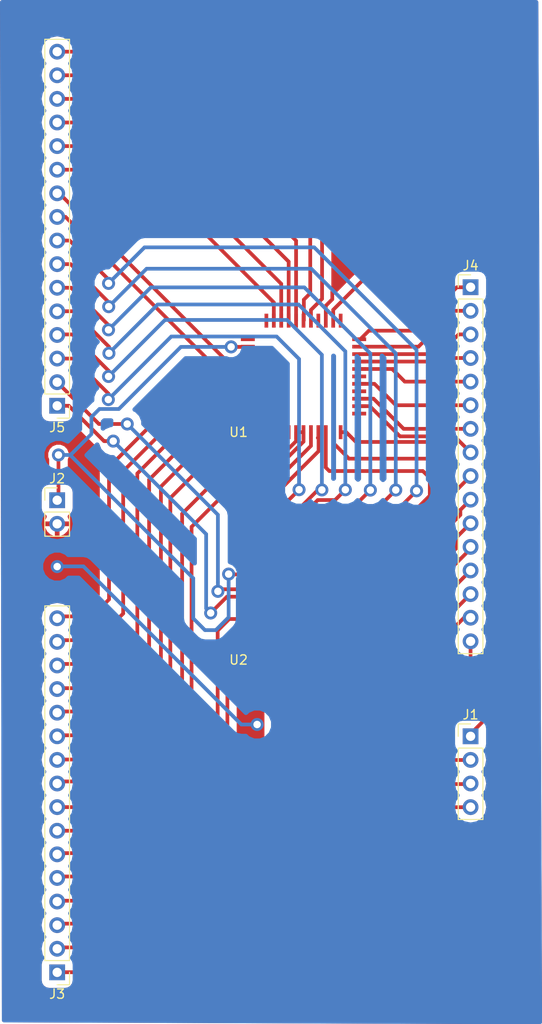
<source format=kicad_pcb>
(kicad_pcb (version 4) (host pcbnew 4.0.7)

  (general
    (links 59)
    (no_connects 0)
    (area 181.8 30 240.200001 140.200001)
    (thickness 1.6)
    (drawings 0)
    (tracks 433)
    (zones 0)
    (modules 7)
    (nets 84)
  )

  (page A4)
  (layers
    (0 F.Cu signal)
    (31 B.Cu signal)
    (32 B.Adhes user)
    (33 F.Adhes user)
    (34 B.Paste user)
    (35 F.Paste user)
    (36 B.SilkS user)
    (37 F.SilkS user)
    (38 B.Mask user)
    (39 F.Mask user)
    (40 Dwgs.User user)
    (41 Cmts.User user)
    (42 Eco1.User user)
    (43 Eco2.User user)
    (44 Edge.Cuts user)
    (45 Margin user)
    (46 B.CrtYd user)
    (47 F.CrtYd user)
    (48 B.Fab user)
    (49 F.Fab user)
  )

  (setup
    (last_trace_width 0.4)
    (trace_clearance 0.2)
    (zone_clearance 0.508)
    (zone_45_only no)
    (trace_min 0.2)
    (segment_width 0.2)
    (edge_width 0.15)
    (via_size 0.6)
    (via_drill 0.4)
    (via_min_size 0.4)
    (via_min_drill 0.3)
    (uvia_size 0.3)
    (uvia_drill 0.1)
    (uvias_allowed no)
    (uvia_min_size 0.2)
    (uvia_min_drill 0.1)
    (pcb_text_width 0.3)
    (pcb_text_size 1.5 1.5)
    (mod_edge_width 0.15)
    (mod_text_size 1 1)
    (mod_text_width 0.15)
    (pad_size 1.7 1.7)
    (pad_drill 1)
    (pad_to_mask_clearance 0.2)
    (aux_axis_origin 0 0)
    (visible_elements FFFFFF7F)
    (pcbplotparams
      (layerselection 0x00030_80000001)
      (usegerberextensions false)
      (excludeedgelayer true)
      (linewidth 0.100000)
      (plotframeref false)
      (viasonmask false)
      (mode 1)
      (useauxorigin false)
      (hpglpennumber 1)
      (hpglpenspeed 20)
      (hpglpendiameter 15)
      (hpglpenoverlay 2)
      (psnegative false)
      (psa4output false)
      (plotreference true)
      (plotvalue true)
      (plotinvisibletext false)
      (padsonsilk false)
      (subtractmaskfromsilk false)
      (outputformat 1)
      (mirror false)
      (drillshape 1)
      (scaleselection 1)
      (outputdirectory ""))
  )

  (net 0 "")
  (net 1 "Net-(J1-Pad1)")
  (net 2 "Net-(J1-Pad2)")
  (net 3 "Net-(J1-Pad3)")
  (net 4 "Net-(J1-Pad4)")
  (net 5 VCC)
  (net 6 GND)
  (net 7 "Net-(J3-Pad1)")
  (net 8 "Net-(J3-Pad2)")
  (net 9 "Net-(J3-Pad3)")
  (net 10 "Net-(J3-Pad4)")
  (net 11 "Net-(J3-Pad5)")
  (net 12 "Net-(J3-Pad6)")
  (net 13 "Net-(J3-Pad7)")
  (net 14 "Net-(J3-Pad8)")
  (net 15 "Net-(J3-Pad9)")
  (net 16 "Net-(J3-Pad10)")
  (net 17 "Net-(J3-Pad11)")
  (net 18 "Net-(J3-Pad12)")
  (net 19 "Net-(J3-Pad13)")
  (net 20 "Net-(J3-Pad14)")
  (net 21 "Net-(J3-Pad15)")
  (net 22 "Net-(J3-Pad16)")
  (net 23 "Net-(J4-Pad1)")
  (net 24 "Net-(J4-Pad2)")
  (net 25 "Net-(J4-Pad3)")
  (net 26 "Net-(J4-Pad4)")
  (net 27 "Net-(J4-Pad5)")
  (net 28 "Net-(J4-Pad6)")
  (net 29 "Net-(J4-Pad7)")
  (net 30 "Net-(J4-Pad8)")
  (net 31 "Net-(J4-Pad9)")
  (net 32 "Net-(J4-Pad10)")
  (net 33 "Net-(J4-Pad11)")
  (net 34 "Net-(J4-Pad12)")
  (net 35 "Net-(J4-Pad13)")
  (net 36 "Net-(J4-Pad14)")
  (net 37 "Net-(J4-Pad15)")
  (net 38 "Net-(J4-Pad16)")
  (net 39 "Net-(J5-Pad1)")
  (net 40 "Net-(J5-Pad2)")
  (net 41 "Net-(J5-Pad3)")
  (net 42 "Net-(J5-Pad4)")
  (net 43 "Net-(J5-Pad5)")
  (net 44 "Net-(J5-Pad6)")
  (net 45 "Net-(J5-Pad7)")
  (net 46 "Net-(J5-Pad8)")
  (net 47 "Net-(J5-Pad9)")
  (net 48 "Net-(J5-Pad10)")
  (net 49 "Net-(J5-Pad11)")
  (net 50 "Net-(J5-Pad12)")
  (net 51 "Net-(J5-Pad13)")
  (net 52 "Net-(J5-Pad14)")
  (net 53 "Net-(J5-Pad15)")
  (net 54 "Net-(J5-Pad16)")
  (net 55 "Net-(U1-Pad34)")
  (net 56 "Net-(U1-Pad23)")
  (net 57 "Net-(U1-Pad12)")
  (net 58 "Net-(U1-Pad9)")
  (net 59 "Net-(U1-Pad4)")
  (net 60 "Net-(U1-Pad3)")
  (net 61 "Net-(U1-Pad1)")
  (net 62 "Net-(U1-Pad2)")
  (net 63 "Net-(U1-Pad15)")
  (net 64 "Net-(U1-Pad17)")
  (net 65 "Net-(U1-Pad26)")
  (net 66 "Net-(U1-Pad33)")
  (net 67 "Net-(U1-Pad36)")
  (net 68 "Net-(U1-Pad43)")
  (net 69 "Net-(U1-Pad44)")
  (net 70 "Net-(U2-Pad34)")
  (net 71 "Net-(U2-Pad23)")
  (net 72 "Net-(U2-Pad4)")
  (net 73 "Net-(U2-Pad1)")
  (net 74 "Net-(U2-Pad15)")
  (net 75 "Net-(U2-Pad17)")
  (net 76 "Net-(U2-Pad22)")
  (net 77 "Net-(U2-Pad26)")
  (net 78 "Net-(U2-Pad33)")
  (net 79 "Net-(U2-Pad36)")
  (net 80 "Net-(U2-Pad39)")
  (net 81 "Net-(U2-Pad40)")
  (net 82 "Net-(U2-Pad43)")
  (net 83 "Net-(U2-Pad44)")

  (net_class Default "This is the default net class."
    (clearance 0.2)
    (trace_width 0.4)
    (via_dia 0.6)
    (via_drill 0.4)
    (uvia_dia 0.3)
    (uvia_drill 0.1)
    (add_net GND)
    (add_net "Net-(J1-Pad1)")
    (add_net "Net-(J1-Pad2)")
    (add_net "Net-(J1-Pad3)")
    (add_net "Net-(J1-Pad4)")
    (add_net "Net-(J3-Pad1)")
    (add_net "Net-(J3-Pad10)")
    (add_net "Net-(J3-Pad11)")
    (add_net "Net-(J3-Pad12)")
    (add_net "Net-(J3-Pad13)")
    (add_net "Net-(J3-Pad14)")
    (add_net "Net-(J3-Pad15)")
    (add_net "Net-(J3-Pad16)")
    (add_net "Net-(J3-Pad2)")
    (add_net "Net-(J3-Pad3)")
    (add_net "Net-(J3-Pad4)")
    (add_net "Net-(J3-Pad5)")
    (add_net "Net-(J3-Pad6)")
    (add_net "Net-(J3-Pad7)")
    (add_net "Net-(J3-Pad8)")
    (add_net "Net-(J3-Pad9)")
    (add_net "Net-(J4-Pad1)")
    (add_net "Net-(J4-Pad10)")
    (add_net "Net-(J4-Pad11)")
    (add_net "Net-(J4-Pad12)")
    (add_net "Net-(J4-Pad13)")
    (add_net "Net-(J4-Pad14)")
    (add_net "Net-(J4-Pad15)")
    (add_net "Net-(J4-Pad16)")
    (add_net "Net-(J4-Pad2)")
    (add_net "Net-(J4-Pad3)")
    (add_net "Net-(J4-Pad4)")
    (add_net "Net-(J4-Pad5)")
    (add_net "Net-(J4-Pad6)")
    (add_net "Net-(J4-Pad7)")
    (add_net "Net-(J4-Pad8)")
    (add_net "Net-(J4-Pad9)")
    (add_net "Net-(J5-Pad1)")
    (add_net "Net-(J5-Pad10)")
    (add_net "Net-(J5-Pad11)")
    (add_net "Net-(J5-Pad12)")
    (add_net "Net-(J5-Pad13)")
    (add_net "Net-(J5-Pad14)")
    (add_net "Net-(J5-Pad15)")
    (add_net "Net-(J5-Pad16)")
    (add_net "Net-(J5-Pad2)")
    (add_net "Net-(J5-Pad3)")
    (add_net "Net-(J5-Pad4)")
    (add_net "Net-(J5-Pad5)")
    (add_net "Net-(J5-Pad6)")
    (add_net "Net-(J5-Pad7)")
    (add_net "Net-(J5-Pad8)")
    (add_net "Net-(J5-Pad9)")
    (add_net "Net-(U1-Pad1)")
    (add_net "Net-(U1-Pad12)")
    (add_net "Net-(U1-Pad15)")
    (add_net "Net-(U1-Pad17)")
    (add_net "Net-(U1-Pad2)")
    (add_net "Net-(U1-Pad23)")
    (add_net "Net-(U1-Pad26)")
    (add_net "Net-(U1-Pad3)")
    (add_net "Net-(U1-Pad33)")
    (add_net "Net-(U1-Pad34)")
    (add_net "Net-(U1-Pad36)")
    (add_net "Net-(U1-Pad4)")
    (add_net "Net-(U1-Pad43)")
    (add_net "Net-(U1-Pad44)")
    (add_net "Net-(U1-Pad9)")
    (add_net "Net-(U2-Pad1)")
    (add_net "Net-(U2-Pad15)")
    (add_net "Net-(U2-Pad17)")
    (add_net "Net-(U2-Pad22)")
    (add_net "Net-(U2-Pad23)")
    (add_net "Net-(U2-Pad26)")
    (add_net "Net-(U2-Pad33)")
    (add_net "Net-(U2-Pad34)")
    (add_net "Net-(U2-Pad36)")
    (add_net "Net-(U2-Pad39)")
    (add_net "Net-(U2-Pad4)")
    (add_net "Net-(U2-Pad40)")
    (add_net "Net-(U2-Pad43)")
    (add_net "Net-(U2-Pad44)")
    (add_net VCC)
  )

  (net_class thick ""
    (clearance 0.2)
    (trace_width 0.4)
    (via_dia 0.6)
    (via_drill 0.4)
    (uvia_dia 0.3)
    (uvia_drill 0.1)
  )

  (module Pin_Headers:Pin_Header_Straight_1x04_Pitch2.54mm (layer F.Cu) (tedit 59650532) (tstamp 5B06CF08)
    (at 232.5 109.22)
    (descr "Through hole straight pin header, 1x04, 2.54mm pitch, single row")
    (tags "Through hole pin header THT 1x04 2.54mm single row")
    (path /5AEB1744)
    (fp_text reference J1 (at 0 -2.33) (layer F.SilkS)
      (effects (font (size 1 1) (thickness 0.15)))
    )
    (fp_text value Conn_01x04 (at 0 9.95) (layer F.Fab)
      (effects (font (size 1 1) (thickness 0.15)))
    )
    (fp_line (start -0.635 -1.27) (end 1.27 -1.27) (layer F.Fab) (width 0.1))
    (fp_line (start 1.27 -1.27) (end 1.27 8.89) (layer F.Fab) (width 0.1))
    (fp_line (start 1.27 8.89) (end -1.27 8.89) (layer F.Fab) (width 0.1))
    (fp_line (start -1.27 8.89) (end -1.27 -0.635) (layer F.Fab) (width 0.1))
    (fp_line (start -1.27 -0.635) (end -0.635 -1.27) (layer F.Fab) (width 0.1))
    (fp_line (start -1.33 8.95) (end 1.33 8.95) (layer F.SilkS) (width 0.12))
    (fp_line (start -1.33 1.27) (end -1.33 8.95) (layer F.SilkS) (width 0.12))
    (fp_line (start 1.33 1.27) (end 1.33 8.95) (layer F.SilkS) (width 0.12))
    (fp_line (start -1.33 1.27) (end 1.33 1.27) (layer F.SilkS) (width 0.12))
    (fp_line (start -1.33 0) (end -1.33 -1.33) (layer F.SilkS) (width 0.12))
    (fp_line (start -1.33 -1.33) (end 0 -1.33) (layer F.SilkS) (width 0.12))
    (fp_line (start -1.8 -1.8) (end -1.8 9.4) (layer F.CrtYd) (width 0.05))
    (fp_line (start -1.8 9.4) (end 1.8 9.4) (layer F.CrtYd) (width 0.05))
    (fp_line (start 1.8 9.4) (end 1.8 -1.8) (layer F.CrtYd) (width 0.05))
    (fp_line (start 1.8 -1.8) (end -1.8 -1.8) (layer F.CrtYd) (width 0.05))
    (fp_text user %R (at 0.4 4.05 90) (layer F.Fab)
      (effects (font (size 1 1) (thickness 0.15)))
    )
    (pad 1 thru_hole rect (at 0 0) (size 1.7 1.7) (drill 1) (layers *.Cu *.Mask)
      (net 1 "Net-(J1-Pad1)"))
    (pad 2 thru_hole oval (at 0 2.54) (size 1.7 1.7) (drill 1) (layers *.Cu *.Mask)
      (net 2 "Net-(J1-Pad2)"))
    (pad 3 thru_hole oval (at 0 5.08) (size 1.7 1.7) (drill 1) (layers *.Cu *.Mask)
      (net 3 "Net-(J1-Pad3)"))
    (pad 4 thru_hole oval (at 0 7.62) (size 1.7 1.7) (drill 1) (layers *.Cu *.Mask)
      (net 4 "Net-(J1-Pad4)"))
    (model ${KISYS3DMOD}/Pin_Headers.3dshapes/Pin_Header_Straight_1x04_Pitch2.54mm.wrl
      (at (xyz 0 0 0))
      (scale (xyz 1 1 1))
      (rotate (xyz 0 0 0))
    )
  )

  (module footprints:XC9572XL-VQ44 (layer F.Cu) (tedit 5AEB4228) (tstamp 5B06CF7A)
    (at 210.5 76.5)
    (path /5B07240B)
    (fp_text reference U1 (at -3 0) (layer F.SilkS)
      (effects (font (size 1 1) (thickness 0.15)))
    )
    (fp_text value XC9572XL-VQ44 (at 4 2) (layer F.Fab)
      (effects (font (size 1 1) (thickness 0.15)))
    )
    (fp_circle (center 0 -2) (end 0.4 -2.2) (layer F.Adhes) (width 0.15))
    (fp_arc (start 8.5 -1.5) (end 10 -1.5) (angle 90) (layer F.Adhes) (width 0.15))
    (fp_arc (start -0.5 -1.5) (end -0.5 0) (angle 90) (layer F.Adhes) (width 0.15))
    (fp_arc (start -0.5 -10.5) (end -2 -10.5) (angle 90) (layer F.Adhes) (width 0.15))
    (fp_arc (start 8.5 -10.5) (end 8.5 -12) (angle 90) (layer F.Adhes) (width 0.15))
    (pad 34 smd rect (at -2 -10) (size 1.5 0.4) (layers F.Cu F.Paste F.Mask)
      (net 55 "Net-(U1-Pad34)"))
    (pad 23 smd rect (at 8 -12) (size 0.4 1.5) (layers F.Cu F.Paste F.Mask)
      (net 56 "Net-(U1-Pad23)"))
    (pad 12 smd rect (at 10 -2) (size 1.5 0.4) (layers F.Cu F.Paste F.Mask)
      (net 57 "Net-(U1-Pad12)"))
    (pad 11 smd rect (at 8 0) (size 0.4 1.5) (layers F.Cu F.Paste F.Mask)
      (net 2 "Net-(J1-Pad2)"))
    (pad 10 smd rect (at 7.2 0) (size 0.4 1.5) (layers F.Cu F.Paste F.Mask)
      (net 3 "Net-(J1-Pad3)"))
    (pad 9 smd rect (at 6.4 0) (size 0.4 1.5) (layers F.Cu F.Paste F.Mask)
      (net 58 "Net-(U1-Pad9)"))
    (pad 8 smd rect (at 5.6 0) (size 0.4 1.5) (layers F.Cu F.Paste F.Mask)
      (net 15 "Net-(J3-Pad9)"))
    (pad 7 smd rect (at 4.8 0) (size 0.4 1.5) (layers F.Cu F.Paste F.Mask)
      (net 16 "Net-(J3-Pad10)"))
    (pad 6 smd rect (at 4 0) (size 0.4 1.5) (layers F.Cu F.Paste F.Mask)
      (net 17 "Net-(J3-Pad11)"))
    (pad 5 smd rect (at 3.2 0) (size 0.4 1.5) (layers F.Cu F.Paste F.Mask)
      (net 18 "Net-(J3-Pad12)"))
    (pad 4 smd rect (at 2.4 0) (size 0.4 1.5) (layers F.Cu F.Paste F.Mask)
      (net 59 "Net-(U1-Pad4)"))
    (pad 3 smd rect (at 1.6 0) (size 0.4 1.5) (layers F.Cu F.Paste F.Mask)
      (net 60 "Net-(U1-Pad3)"))
    (pad 1 smd rect (at 0 0) (size 0.4 1.5) (layers F.Cu F.Paste F.Mask)
      (net 61 "Net-(U1-Pad1)"))
    (pad 2 smd rect (at 0.8 0) (size 0.4 1.5) (layers F.Cu F.Paste F.Mask)
      (net 62 "Net-(U1-Pad2)"))
    (pad 13 smd rect (at 10 -2.8) (size 1.5 0.4) (layers F.Cu F.Paste F.Mask)
      (net 30 "Net-(J4-Pad8)"))
    (pad 14 smd rect (at 10 -3.6) (size 1.5 0.4) (layers F.Cu F.Paste F.Mask)
      (net 29 "Net-(J4-Pad7)"))
    (pad 15 smd rect (at 10 -4.4) (size 1.5 0.4) (layers F.Cu F.Paste F.Mask)
      (net 63 "Net-(U1-Pad15)"))
    (pad 16 smd rect (at 10 -5.2) (size 1.5 0.4) (layers F.Cu F.Paste F.Mask)
      (net 28 "Net-(J4-Pad6)"))
    (pad 17 smd rect (at 10 -6) (size 1.5 0.4) (layers F.Cu F.Paste F.Mask)
      (net 64 "Net-(U1-Pad17)"))
    (pad 18 smd rect (at 10 -6.8) (size 1.5 0.4) (layers F.Cu F.Paste F.Mask)
      (net 27 "Net-(J4-Pad5)"))
    (pad 19 smd rect (at 10 -7.6) (size 1.5 0.4) (layers F.Cu F.Paste F.Mask)
      (net 26 "Net-(J4-Pad4)"))
    (pad 20 smd rect (at 10 -8.4) (size 1.5 0.4) (layers F.Cu F.Paste F.Mask)
      (net 25 "Net-(J4-Pad3)"))
    (pad 21 smd rect (at 10 -9.2) (size 1.5 0.4) (layers F.Cu F.Paste F.Mask)
      (net 24 "Net-(J4-Pad2)"))
    (pad 22 smd rect (at 10 -10) (size 1.5 0.4) (layers F.Cu F.Paste F.Mask)
      (net 23 "Net-(J4-Pad1)"))
    (pad 24 smd rect (at 7.2 -12) (size 0.4 1.5) (layers F.Cu F.Paste F.Mask)
      (net 1 "Net-(J1-Pad1)"))
    (pad 25 smd rect (at 6.4 -12) (size 0.4 1.5) (layers F.Cu F.Paste F.Mask)
      (net 6 GND))
    (pad 26 smd rect (at 5.6 -12) (size 0.4 1.5) (layers F.Cu F.Paste F.Mask)
      (net 65 "Net-(U1-Pad26)"))
    (pad 27 smd rect (at 4.8 -12) (size 0.4 1.5) (layers F.Cu F.Paste F.Mask)
      (net 54 "Net-(J5-Pad16)"))
    (pad 28 smd rect (at 4 -12) (size 0.4 1.5) (layers F.Cu F.Paste F.Mask)
      (net 53 "Net-(J5-Pad15)"))
    (pad 29 smd rect (at 3.2 -12) (size 0.4 1.5) (layers F.Cu F.Paste F.Mask)
      (net 52 "Net-(J5-Pad14)"))
    (pad 30 smd rect (at 2.4 -12) (size 0.4 1.5) (layers F.Cu F.Paste F.Mask)
      (net 51 "Net-(J5-Pad13)"))
    (pad 31 smd rect (at 1.6 -12) (size 0.4 1.5) (layers F.Cu F.Paste F.Mask)
      (net 50 "Net-(J5-Pad12)"))
    (pad 32 smd rect (at 0.8 -12) (size 0.4 1.5) (layers F.Cu F.Paste F.Mask)
      (net 49 "Net-(J5-Pad11)"))
    (pad 33 smd rect (at 0 -12) (size 0.4 1.5) (layers F.Cu F.Paste F.Mask)
      (net 66 "Net-(U1-Pad33)"))
    (pad 35 smd rect (at -2 -9.2) (size 1.5 0.4) (layers F.Cu F.Paste F.Mask)
      (net 5 VCC))
    (pad 36 smd rect (at -2 -8.4) (size 1.5 0.4) (layers F.Cu F.Paste F.Mask)
      (net 67 "Net-(U1-Pad36)"))
    (pad 37 smd rect (at -2 -7.6) (size 1.5 0.4) (layers F.Cu F.Paste F.Mask)
      (net 48 "Net-(J5-Pad10)"))
    (pad 38 smd rect (at -2 -6.8) (size 1.5 0.4) (layers F.Cu F.Paste F.Mask)
      (net 47 "Net-(J5-Pad9)"))
    (pad 39 smd rect (at -2 -6) (size 1.5 0.4) (layers F.Cu F.Paste F.Mask)
      (net 22 "Net-(J3-Pad16)"))
    (pad 40 smd rect (at -2 -5.2) (size 1.5 0.4) (layers F.Cu F.Paste F.Mask)
      (net 21 "Net-(J3-Pad15)"))
    (pad 41 smd rect (at -2 -4.4) (size 1.5 0.4) (layers F.Cu F.Paste F.Mask)
      (net 20 "Net-(J3-Pad14)"))
    (pad 42 smd rect (at -2 -3.6) (size 1.5 0.4) (layers F.Cu F.Paste F.Mask)
      (net 19 "Net-(J3-Pad13)"))
    (pad 43 smd rect (at -2 -2.8) (size 1.5 0.4) (layers F.Cu F.Paste F.Mask)
      (net 68 "Net-(U1-Pad43)"))
    (pad 44 smd rect (at -2 -2) (size 1.5 0.4) (layers F.Cu F.Paste F.Mask)
      (net 69 "Net-(U1-Pad44)"))
  )

  (module footprints:XC9572XL-VQ44 (layer F.Cu) (tedit 5AEB4228) (tstamp 5B06CFAA)
    (at 210.5 101)
    (path /5B07250D)
    (fp_text reference U2 (at -3 0) (layer F.SilkS)
      (effects (font (size 1 1) (thickness 0.15)))
    )
    (fp_text value XC9572XL-VQ44 (at 4 2) (layer F.Fab)
      (effects (font (size 1 1) (thickness 0.15)))
    )
    (fp_circle (center 0 -2) (end 0.4 -2.2) (layer F.Adhes) (width 0.15))
    (fp_arc (start 8.5 -1.5) (end 10 -1.5) (angle 90) (layer F.Adhes) (width 0.15))
    (fp_arc (start -0.5 -1.5) (end -0.5 0) (angle 90) (layer F.Adhes) (width 0.15))
    (fp_arc (start -0.5 -10.5) (end -2 -10.5) (angle 90) (layer F.Adhes) (width 0.15))
    (fp_arc (start 8.5 -10.5) (end 8.5 -12) (angle 90) (layer F.Adhes) (width 0.15))
    (pad 34 smd rect (at -2 -10) (size 1.5 0.4) (layers F.Cu F.Paste F.Mask)
      (net 70 "Net-(U2-Pad34)"))
    (pad 23 smd rect (at 8 -12) (size 0.4 1.5) (layers F.Cu F.Paste F.Mask)
      (net 71 "Net-(U2-Pad23)"))
    (pad 12 smd rect (at 10 -2) (size 1.5 0.4) (layers F.Cu F.Paste F.Mask)
      (net 38 "Net-(J4-Pad16)"))
    (pad 11 smd rect (at 8 0) (size 0.4 1.5) (layers F.Cu F.Paste F.Mask)
      (net 2 "Net-(J1-Pad2)"))
    (pad 10 smd rect (at 7.2 0) (size 0.4 1.5) (layers F.Cu F.Paste F.Mask)
      (net 3 "Net-(J1-Pad3)"))
    (pad 9 smd rect (at 6.4 0) (size 0.4 1.5) (layers F.Cu F.Paste F.Mask)
      (net 4 "Net-(J1-Pad4)"))
    (pad 8 smd rect (at 5.6 0) (size 0.4 1.5) (layers F.Cu F.Paste F.Mask)
      (net 7 "Net-(J3-Pad1)"))
    (pad 7 smd rect (at 4.8 0) (size 0.4 1.5) (layers F.Cu F.Paste F.Mask)
      (net 8 "Net-(J3-Pad2)"))
    (pad 6 smd rect (at 4 0) (size 0.4 1.5) (layers F.Cu F.Paste F.Mask)
      (net 9 "Net-(J3-Pad3)"))
    (pad 5 smd rect (at 3.2 0) (size 0.4 1.5) (layers F.Cu F.Paste F.Mask)
      (net 10 "Net-(J3-Pad4)"))
    (pad 4 smd rect (at 2.4 0) (size 0.4 1.5) (layers F.Cu F.Paste F.Mask)
      (net 72 "Net-(U2-Pad4)"))
    (pad 3 smd rect (at 1.6 0) (size 0.4 1.5) (layers F.Cu F.Paste F.Mask)
      (net 11 "Net-(J3-Pad5)"))
    (pad 1 smd rect (at 0 0) (size 0.4 1.5) (layers F.Cu F.Paste F.Mask)
      (net 73 "Net-(U2-Pad1)"))
    (pad 2 smd rect (at 0.8 0) (size 0.4 1.5) (layers F.Cu F.Paste F.Mask)
      (net 12 "Net-(J3-Pad6)"))
    (pad 13 smd rect (at 10 -2.8) (size 1.5 0.4) (layers F.Cu F.Paste F.Mask)
      (net 37 "Net-(J4-Pad15)"))
    (pad 14 smd rect (at 10 -3.6) (size 1.5 0.4) (layers F.Cu F.Paste F.Mask)
      (net 36 "Net-(J4-Pad14)"))
    (pad 15 smd rect (at 10 -4.4) (size 1.5 0.4) (layers F.Cu F.Paste F.Mask)
      (net 74 "Net-(U2-Pad15)"))
    (pad 16 smd rect (at 10 -5.2) (size 1.5 0.4) (layers F.Cu F.Paste F.Mask)
      (net 35 "Net-(J4-Pad13)"))
    (pad 17 smd rect (at 10 -6) (size 1.5 0.4) (layers F.Cu F.Paste F.Mask)
      (net 75 "Net-(U2-Pad17)"))
    (pad 18 smd rect (at 10 -6.8) (size 1.5 0.4) (layers F.Cu F.Paste F.Mask)
      (net 34 "Net-(J4-Pad12)"))
    (pad 19 smd rect (at 10 -7.6) (size 1.5 0.4) (layers F.Cu F.Paste F.Mask)
      (net 33 "Net-(J4-Pad11)"))
    (pad 20 smd rect (at 10 -8.4) (size 1.5 0.4) (layers F.Cu F.Paste F.Mask)
      (net 32 "Net-(J4-Pad10)"))
    (pad 21 smd rect (at 10 -9.2) (size 1.5 0.4) (layers F.Cu F.Paste F.Mask)
      (net 31 "Net-(J4-Pad9)"))
    (pad 22 smd rect (at 10 -10) (size 1.5 0.4) (layers F.Cu F.Paste F.Mask)
      (net 76 "Net-(U2-Pad22)"))
    (pad 24 smd rect (at 7.2 -12) (size 0.4 1.5) (layers F.Cu F.Paste F.Mask)
      (net 58 "Net-(U1-Pad9)"))
    (pad 25 smd rect (at 6.4 -12) (size 0.4 1.5) (layers F.Cu F.Paste F.Mask)
      (net 6 GND))
    (pad 26 smd rect (at 5.6 -12) (size 0.4 1.5) (layers F.Cu F.Paste F.Mask)
      (net 77 "Net-(U2-Pad26)"))
    (pad 27 smd rect (at 4.8 -12) (size 0.4 1.5) (layers F.Cu F.Paste F.Mask)
      (net 46 "Net-(J5-Pad8)"))
    (pad 28 smd rect (at 4 -12) (size 0.4 1.5) (layers F.Cu F.Paste F.Mask)
      (net 45 "Net-(J5-Pad7)"))
    (pad 29 smd rect (at 3.2 -12) (size 0.4 1.5) (layers F.Cu F.Paste F.Mask)
      (net 44 "Net-(J5-Pad6)"))
    (pad 30 smd rect (at 2.4 -12) (size 0.4 1.5) (layers F.Cu F.Paste F.Mask)
      (net 43 "Net-(J5-Pad5)"))
    (pad 31 smd rect (at 1.6 -12) (size 0.4 1.5) (layers F.Cu F.Paste F.Mask)
      (net 42 "Net-(J5-Pad4)"))
    (pad 32 smd rect (at 0.8 -12) (size 0.4 1.5) (layers F.Cu F.Paste F.Mask)
      (net 41 "Net-(J5-Pad3)"))
    (pad 33 smd rect (at 0 -12) (size 0.4 1.5) (layers F.Cu F.Paste F.Mask)
      (net 78 "Net-(U2-Pad33)"))
    (pad 35 smd rect (at -2 -9.2) (size 1.5 0.4) (layers F.Cu F.Paste F.Mask)
      (net 5 VCC))
    (pad 36 smd rect (at -2 -8.4) (size 1.5 0.4) (layers F.Cu F.Paste F.Mask)
      (net 79 "Net-(U2-Pad36)"))
    (pad 37 smd rect (at -2 -7.6) (size 1.5 0.4) (layers F.Cu F.Paste F.Mask)
      (net 40 "Net-(J5-Pad2)"))
    (pad 38 smd rect (at -2 -6.8) (size 1.5 0.4) (layers F.Cu F.Paste F.Mask)
      (net 39 "Net-(J5-Pad1)"))
    (pad 39 smd rect (at -2 -6) (size 1.5 0.4) (layers F.Cu F.Paste F.Mask)
      (net 80 "Net-(U2-Pad39)"))
    (pad 40 smd rect (at -2 -5.2) (size 1.5 0.4) (layers F.Cu F.Paste F.Mask)
      (net 81 "Net-(U2-Pad40)"))
    (pad 41 smd rect (at -2 -4.4) (size 1.5 0.4) (layers F.Cu F.Paste F.Mask)
      (net 14 "Net-(J3-Pad8)"))
    (pad 42 smd rect (at -2 -3.6) (size 1.5 0.4) (layers F.Cu F.Paste F.Mask)
      (net 13 "Net-(J3-Pad7)"))
    (pad 43 smd rect (at -2 -2.8) (size 1.5 0.4) (layers F.Cu F.Paste F.Mask)
      (net 82 "Net-(U2-Pad43)"))
    (pad 44 smd rect (at -2 -2) (size 1.5 0.4) (layers F.Cu F.Paste F.Mask)
      (net 83 "Net-(U2-Pad44)"))
  )

  (module Pin_Headers:Pin_Header_Straight_1x02_Pitch2.54mm (layer F.Cu) (tedit 59650532) (tstamp 5B0FFD1A)
    (at 187.96 83.82)
    (descr "Through hole straight pin header, 1x02, 2.54mm pitch, single row")
    (tags "Through hole pin header THT 1x02 2.54mm single row")
    (path /5AEB171D)
    (fp_text reference J2 (at 0 -2.33) (layer F.SilkS)
      (effects (font (size 1 1) (thickness 0.15)))
    )
    (fp_text value Conn_01x02 (at 0 4.87) (layer F.Fab)
      (effects (font (size 1 1) (thickness 0.15)))
    )
    (fp_line (start -0.635 -1.27) (end 1.27 -1.27) (layer F.Fab) (width 0.1))
    (fp_line (start 1.27 -1.27) (end 1.27 3.81) (layer F.Fab) (width 0.1))
    (fp_line (start 1.27 3.81) (end -1.27 3.81) (layer F.Fab) (width 0.1))
    (fp_line (start -1.27 3.81) (end -1.27 -0.635) (layer F.Fab) (width 0.1))
    (fp_line (start -1.27 -0.635) (end -0.635 -1.27) (layer F.Fab) (width 0.1))
    (fp_line (start -1.33 3.87) (end 1.33 3.87) (layer F.SilkS) (width 0.12))
    (fp_line (start -1.33 1.27) (end -1.33 3.87) (layer F.SilkS) (width 0.12))
    (fp_line (start 1.33 1.27) (end 1.33 3.87) (layer F.SilkS) (width 0.12))
    (fp_line (start -1.33 1.27) (end 1.33 1.27) (layer F.SilkS) (width 0.12))
    (fp_line (start -1.33 0) (end -1.33 -1.33) (layer F.SilkS) (width 0.12))
    (fp_line (start -1.33 -1.33) (end 0 -1.33) (layer F.SilkS) (width 0.12))
    (fp_line (start -1.8 -1.8) (end -1.8 4.35) (layer F.CrtYd) (width 0.05))
    (fp_line (start -1.8 4.35) (end 1.8 4.35) (layer F.CrtYd) (width 0.05))
    (fp_line (start 1.8 4.35) (end 1.8 -1.8) (layer F.CrtYd) (width 0.05))
    (fp_line (start 1.8 -1.8) (end -1.8 -1.8) (layer F.CrtYd) (width 0.05))
    (fp_text user %R (at 0 0 90) (layer F.Fab)
      (effects (font (size 1 1) (thickness 0.15)))
    )
    (pad 1 thru_hole rect (at 0 0) (size 1.7 1.7) (drill 1) (layers *.Cu *.Mask)
      (net 5 VCC))
    (pad 2 thru_hole oval (at 0 2.54) (size 1.7 1.7) (drill 1) (layers *.Cu *.Mask)
      (net 6 GND))
    (model ${KISYS3DMOD}/Pin_Headers.3dshapes/Pin_Header_Straight_1x02_Pitch2.54mm.wrl
      (at (xyz 0 0 0))
      (scale (xyz 1 1 1))
      (rotate (xyz 0 0 0))
    )
  )

  (module Pin_Headers:Pin_Header_Straight_1x16_Pitch2.54mm (layer F.Cu) (tedit 59650532) (tstamp 5B0FFD1F)
    (at 187.96 134.62 180)
    (descr "Through hole straight pin header, 1x16, 2.54mm pitch, single row")
    (tags "Through hole pin header THT 1x16 2.54mm single row")
    (path /5AEB13CF)
    (fp_text reference J3 (at 0 -2.33 180) (layer F.SilkS)
      (effects (font (size 1 1) (thickness 0.15)))
    )
    (fp_text value Conn_01x16 (at 0 40.43 180) (layer F.Fab)
      (effects (font (size 1 1) (thickness 0.15)))
    )
    (fp_line (start -0.635 -1.27) (end 1.27 -1.27) (layer F.Fab) (width 0.1))
    (fp_line (start 1.27 -1.27) (end 1.27 39.37) (layer F.Fab) (width 0.1))
    (fp_line (start 1.27 39.37) (end -1.27 39.37) (layer F.Fab) (width 0.1))
    (fp_line (start -1.27 39.37) (end -1.27 -0.635) (layer F.Fab) (width 0.1))
    (fp_line (start -1.27 -0.635) (end -0.635 -1.27) (layer F.Fab) (width 0.1))
    (fp_line (start -1.33 39.43) (end 1.33 39.43) (layer F.SilkS) (width 0.12))
    (fp_line (start -1.33 1.27) (end -1.33 39.43) (layer F.SilkS) (width 0.12))
    (fp_line (start 1.33 1.27) (end 1.33 39.43) (layer F.SilkS) (width 0.12))
    (fp_line (start -1.33 1.27) (end 1.33 1.27) (layer F.SilkS) (width 0.12))
    (fp_line (start -1.33 0) (end -1.33 -1.33) (layer F.SilkS) (width 0.12))
    (fp_line (start -1.33 -1.33) (end 0 -1.33) (layer F.SilkS) (width 0.12))
    (fp_line (start -1.8 -1.8) (end -1.8 39.9) (layer F.CrtYd) (width 0.05))
    (fp_line (start -1.8 39.9) (end 1.8 39.9) (layer F.CrtYd) (width 0.05))
    (fp_line (start 1.8 39.9) (end 1.8 -1.8) (layer F.CrtYd) (width 0.05))
    (fp_line (start 1.8 -1.8) (end -1.8 -1.8) (layer F.CrtYd) (width 0.05))
    (fp_text user %R (at 0 19.05 270) (layer F.Fab)
      (effects (font (size 1 1) (thickness 0.15)))
    )
    (pad 1 thru_hole rect (at 0 0 180) (size 1.7 1.7) (drill 1) (layers *.Cu *.Mask)
      (net 7 "Net-(J3-Pad1)"))
    (pad 2 thru_hole oval (at 0 2.54 180) (size 1.7 1.7) (drill 1) (layers *.Cu *.Mask)
      (net 8 "Net-(J3-Pad2)"))
    (pad 3 thru_hole oval (at 0 5.08 180) (size 1.7 1.7) (drill 1) (layers *.Cu *.Mask)
      (net 9 "Net-(J3-Pad3)"))
    (pad 4 thru_hole oval (at 0 7.62 180) (size 1.7 1.7) (drill 1) (layers *.Cu *.Mask)
      (net 10 "Net-(J3-Pad4)"))
    (pad 5 thru_hole oval (at 0 10.16 180) (size 1.7 1.7) (drill 1) (layers *.Cu *.Mask)
      (net 11 "Net-(J3-Pad5)"))
    (pad 6 thru_hole oval (at 0 12.7 180) (size 1.7 1.7) (drill 1) (layers *.Cu *.Mask)
      (net 12 "Net-(J3-Pad6)"))
    (pad 7 thru_hole oval (at 0 15.24 180) (size 1.7 1.7) (drill 1) (layers *.Cu *.Mask)
      (net 13 "Net-(J3-Pad7)"))
    (pad 8 thru_hole oval (at 0 17.78 180) (size 1.7 1.7) (drill 1) (layers *.Cu *.Mask)
      (net 14 "Net-(J3-Pad8)"))
    (pad 9 thru_hole oval (at 0 20.32 180) (size 1.7 1.7) (drill 1) (layers *.Cu *.Mask)
      (net 15 "Net-(J3-Pad9)"))
    (pad 10 thru_hole oval (at 0 22.86 180) (size 1.7 1.7) (drill 1) (layers *.Cu *.Mask)
      (net 16 "Net-(J3-Pad10)"))
    (pad 11 thru_hole oval (at 0 25.4 180) (size 1.7 1.7) (drill 1) (layers *.Cu *.Mask)
      (net 17 "Net-(J3-Pad11)"))
    (pad 12 thru_hole oval (at 0 27.94 180) (size 1.7 1.7) (drill 1) (layers *.Cu *.Mask)
      (net 18 "Net-(J3-Pad12)"))
    (pad 13 thru_hole oval (at 0 30.48 180) (size 1.7 1.7) (drill 1) (layers *.Cu *.Mask)
      (net 19 "Net-(J3-Pad13)"))
    (pad 14 thru_hole oval (at 0 33.02 180) (size 1.7 1.7) (drill 1) (layers *.Cu *.Mask)
      (net 20 "Net-(J3-Pad14)"))
    (pad 15 thru_hole oval (at 0 35.56 180) (size 1.7 1.7) (drill 1) (layers *.Cu *.Mask)
      (net 21 "Net-(J3-Pad15)"))
    (pad 16 thru_hole oval (at 0 38.1 180) (size 1.7 1.7) (drill 1) (layers *.Cu *.Mask)
      (net 22 "Net-(J3-Pad16)"))
    (model ${KISYS3DMOD}/Pin_Headers.3dshapes/Pin_Header_Straight_1x16_Pitch2.54mm.wrl
      (at (xyz 0 0 0))
      (scale (xyz 1 1 1))
      (rotate (xyz 0 0 0))
    )
  )

  (module Pin_Headers:Pin_Header_Straight_1x16_Pitch2.54mm (layer F.Cu) (tedit 59650532) (tstamp 5B0FFD32)
    (at 232.5 60.9)
    (descr "Through hole straight pin header, 1x16, 2.54mm pitch, single row")
    (tags "Through hole pin header THT 1x16 2.54mm single row")
    (path /5AEB13AD)
    (fp_text reference J4 (at 0 -2.33) (layer F.SilkS)
      (effects (font (size 1 1) (thickness 0.15)))
    )
    (fp_text value Conn_01x16 (at -3.7 40.3) (layer F.Fab)
      (effects (font (size 1 1) (thickness 0.15)))
    )
    (fp_line (start -0.635 -1.27) (end 1.27 -1.27) (layer F.Fab) (width 0.1))
    (fp_line (start 1.27 -1.27) (end 1.27 39.37) (layer F.Fab) (width 0.1))
    (fp_line (start 1.27 39.37) (end -1.27 39.37) (layer F.Fab) (width 0.1))
    (fp_line (start -1.27 39.37) (end -1.27 -0.635) (layer F.Fab) (width 0.1))
    (fp_line (start -1.27 -0.635) (end -0.635 -1.27) (layer F.Fab) (width 0.1))
    (fp_line (start -1.33 39.43) (end 1.33 39.43) (layer F.SilkS) (width 0.12))
    (fp_line (start -1.33 1.27) (end -1.33 39.43) (layer F.SilkS) (width 0.12))
    (fp_line (start 1.33 1.27) (end 1.33 39.43) (layer F.SilkS) (width 0.12))
    (fp_line (start -1.33 1.27) (end 1.33 1.27) (layer F.SilkS) (width 0.12))
    (fp_line (start -1.33 0) (end -1.33 -1.33) (layer F.SilkS) (width 0.12))
    (fp_line (start -1.33 -1.33) (end 0 -1.33) (layer F.SilkS) (width 0.12))
    (fp_line (start -1.8 -1.8) (end -1.8 39.9) (layer F.CrtYd) (width 0.05))
    (fp_line (start -1.8 39.9) (end 1.8 39.9) (layer F.CrtYd) (width 0.05))
    (fp_line (start 1.8 39.9) (end 1.8 -1.8) (layer F.CrtYd) (width 0.05))
    (fp_line (start 1.8 -1.8) (end -1.8 -1.8) (layer F.CrtYd) (width 0.05))
    (fp_text user %R (at 0 19.05 90) (layer F.Fab)
      (effects (font (size 1 1) (thickness 0.15)))
    )
    (pad 1 thru_hole rect (at 0 0) (size 1.7 1.7) (drill 1) (layers *.Cu *.Mask)
      (net 23 "Net-(J4-Pad1)"))
    (pad 2 thru_hole oval (at 0 2.54) (size 1.7 1.7) (drill 1) (layers *.Cu *.Mask)
      (net 24 "Net-(J4-Pad2)"))
    (pad 3 thru_hole oval (at 0 5.08) (size 1.7 1.7) (drill 1) (layers *.Cu *.Mask)
      (net 25 "Net-(J4-Pad3)"))
    (pad 4 thru_hole oval (at 0 7.62) (size 1.7 1.7) (drill 1) (layers *.Cu *.Mask)
      (net 26 "Net-(J4-Pad4)"))
    (pad 5 thru_hole oval (at 0 10.16) (size 1.7 1.7) (drill 1) (layers *.Cu *.Mask)
      (net 27 "Net-(J4-Pad5)"))
    (pad 6 thru_hole oval (at 0 12.7) (size 1.7 1.7) (drill 1) (layers *.Cu *.Mask)
      (net 28 "Net-(J4-Pad6)"))
    (pad 7 thru_hole oval (at 0 15.24) (size 1.7 1.7) (drill 1) (layers *.Cu *.Mask)
      (net 29 "Net-(J4-Pad7)"))
    (pad 8 thru_hole oval (at 0 17.78) (size 1.7 1.7) (drill 1) (layers *.Cu *.Mask)
      (net 30 "Net-(J4-Pad8)"))
    (pad 9 thru_hole oval (at 0 20.32) (size 1.7 1.7) (drill 1) (layers *.Cu *.Mask)
      (net 31 "Net-(J4-Pad9)"))
    (pad 10 thru_hole oval (at 0 22.86) (size 1.7 1.7) (drill 1) (layers *.Cu *.Mask)
      (net 32 "Net-(J4-Pad10)"))
    (pad 11 thru_hole oval (at 0 25.4) (size 1.7 1.7) (drill 1) (layers *.Cu *.Mask)
      (net 33 "Net-(J4-Pad11)"))
    (pad 12 thru_hole oval (at 0 27.94) (size 1.7 1.7) (drill 1) (layers *.Cu *.Mask)
      (net 34 "Net-(J4-Pad12)"))
    (pad 13 thru_hole oval (at 0 30.48) (size 1.7 1.7) (drill 1) (layers *.Cu *.Mask)
      (net 35 "Net-(J4-Pad13)"))
    (pad 14 thru_hole oval (at 0 33.02) (size 1.7 1.7) (drill 1) (layers *.Cu *.Mask)
      (net 36 "Net-(J4-Pad14)"))
    (pad 15 thru_hole oval (at 0 35.56) (size 1.7 1.7) (drill 1) (layers *.Cu *.Mask)
      (net 37 "Net-(J4-Pad15)"))
    (pad 16 thru_hole oval (at 0 38.1) (size 1.7 1.7) (drill 1) (layers *.Cu *.Mask)
      (net 38 "Net-(J4-Pad16)"))
    (model ${KISYS3DMOD}/Pin_Headers.3dshapes/Pin_Header_Straight_1x16_Pitch2.54mm.wrl
      (at (xyz 0 0 0))
      (scale (xyz 1 1 1))
      (rotate (xyz 0 0 0))
    )
  )

  (module Pin_Headers:Pin_Header_Straight_1x16_Pitch2.54mm (layer F.Cu) (tedit 59650532) (tstamp 5B0FFD45)
    (at 187.96 73.66 180)
    (descr "Through hole straight pin header, 1x16, 2.54mm pitch, single row")
    (tags "Through hole pin header THT 1x16 2.54mm single row")
    (path /5AEB143D)
    (fp_text reference J5 (at 0 -2.33 180) (layer F.SilkS)
      (effects (font (size 1 1) (thickness 0.15)))
    )
    (fp_text value Conn_01x16 (at 0 40.43 180) (layer F.Fab)
      (effects (font (size 1 1) (thickness 0.15)))
    )
    (fp_line (start -0.635 -1.27) (end 1.27 -1.27) (layer F.Fab) (width 0.1))
    (fp_line (start 1.27 -1.27) (end 1.27 39.37) (layer F.Fab) (width 0.1))
    (fp_line (start 1.27 39.37) (end -1.27 39.37) (layer F.Fab) (width 0.1))
    (fp_line (start -1.27 39.37) (end -1.27 -0.635) (layer F.Fab) (width 0.1))
    (fp_line (start -1.27 -0.635) (end -0.635 -1.27) (layer F.Fab) (width 0.1))
    (fp_line (start -1.33 39.43) (end 1.33 39.43) (layer F.SilkS) (width 0.12))
    (fp_line (start -1.33 1.27) (end -1.33 39.43) (layer F.SilkS) (width 0.12))
    (fp_line (start 1.33 1.27) (end 1.33 39.43) (layer F.SilkS) (width 0.12))
    (fp_line (start -1.33 1.27) (end 1.33 1.27) (layer F.SilkS) (width 0.12))
    (fp_line (start -1.33 0) (end -1.33 -1.33) (layer F.SilkS) (width 0.12))
    (fp_line (start -1.33 -1.33) (end 0 -1.33) (layer F.SilkS) (width 0.12))
    (fp_line (start -1.8 -1.8) (end -1.8 39.9) (layer F.CrtYd) (width 0.05))
    (fp_line (start -1.8 39.9) (end 1.8 39.9) (layer F.CrtYd) (width 0.05))
    (fp_line (start 1.8 39.9) (end 1.8 -1.8) (layer F.CrtYd) (width 0.05))
    (fp_line (start 1.8 -1.8) (end -1.8 -1.8) (layer F.CrtYd) (width 0.05))
    (fp_text user %R (at 0 19.05 270) (layer F.Fab)
      (effects (font (size 1 1) (thickness 0.15)))
    )
    (pad 1 thru_hole rect (at 0 0 180) (size 1.7 1.7) (drill 1) (layers *.Cu *.Mask)
      (net 39 "Net-(J5-Pad1)"))
    (pad 2 thru_hole oval (at 0 2.54 180) (size 1.7 1.7) (drill 1) (layers *.Cu *.Mask)
      (net 40 "Net-(J5-Pad2)"))
    (pad 3 thru_hole oval (at 0 5.08 180) (size 1.7 1.7) (drill 1) (layers *.Cu *.Mask)
      (net 41 "Net-(J5-Pad3)"))
    (pad 4 thru_hole oval (at 0 7.62 180) (size 1.7 1.7) (drill 1) (layers *.Cu *.Mask)
      (net 42 "Net-(J5-Pad4)"))
    (pad 5 thru_hole oval (at 0 10.16 180) (size 1.7 1.7) (drill 1) (layers *.Cu *.Mask)
      (net 43 "Net-(J5-Pad5)"))
    (pad 6 thru_hole oval (at 0 12.7 180) (size 1.7 1.7) (drill 1) (layers *.Cu *.Mask)
      (net 44 "Net-(J5-Pad6)"))
    (pad 7 thru_hole oval (at 0 15.24 180) (size 1.7 1.7) (drill 1) (layers *.Cu *.Mask)
      (net 45 "Net-(J5-Pad7)"))
    (pad 8 thru_hole oval (at 0 17.78 180) (size 1.7 1.7) (drill 1) (layers *.Cu *.Mask)
      (net 46 "Net-(J5-Pad8)"))
    (pad 9 thru_hole oval (at 0 20.32 180) (size 1.7 1.7) (drill 1) (layers *.Cu *.Mask)
      (net 47 "Net-(J5-Pad9)"))
    (pad 10 thru_hole oval (at 0 22.86 180) (size 1.7 1.7) (drill 1) (layers *.Cu *.Mask)
      (net 48 "Net-(J5-Pad10)"))
    (pad 11 thru_hole oval (at 0 25.4 180) (size 1.7 1.7) (drill 1) (layers *.Cu *.Mask)
      (net 49 "Net-(J5-Pad11)"))
    (pad 12 thru_hole oval (at 0 27.94 180) (size 1.7 1.7) (drill 1) (layers *.Cu *.Mask)
      (net 50 "Net-(J5-Pad12)"))
    (pad 13 thru_hole oval (at 0 30.48 180) (size 1.7 1.7) (drill 1) (layers *.Cu *.Mask)
      (net 51 "Net-(J5-Pad13)"))
    (pad 14 thru_hole oval (at 0 33.02 180) (size 1.7 1.7) (drill 1) (layers *.Cu *.Mask)
      (net 52 "Net-(J5-Pad14)"))
    (pad 15 thru_hole oval (at 0 35.56 180) (size 1.7 1.7) (drill 1) (layers *.Cu *.Mask)
      (net 53 "Net-(J5-Pad15)"))
    (pad 16 thru_hole oval (at 0 38.1 180) (size 1.7 1.7) (drill 1) (layers *.Cu *.Mask)
      (net 54 "Net-(J5-Pad16)"))
    (model ${KISYS3DMOD}/Pin_Headers.3dshapes/Pin_Header_Straight_1x16_Pitch2.54mm.wrl
      (at (xyz 0 0 0))
      (scale (xyz 1 1 1))
      (rotate (xyz 0 0 0))
    )
  )

  (segment (start 232.514376 109.274018) (end 232.514376 108.943579) (width 0.4) (layer F.Cu) (net 1))
  (segment (start 232.514376 108.943579) (end 235.893192 105.564763) (width 0.4) (layer F.Cu) (net 1))
  (segment (start 235.893192 105.564763) (end 235.893192 58.389552) (width 0.4) (layer F.Cu) (net 1))
  (segment (start 235.893192 58.389552) (end 234.221653 56.718013) (width 0.4) (layer F.Cu) (net 1))
  (segment (start 234.221653 56.718013) (end 224.315153 56.718013) (width 0.4) (layer F.Cu) (net 1))
  (segment (start 224.315153 56.718013) (end 217.7 63.333166) (width 0.4) (layer F.Cu) (net 1))
  (segment (start 217.7 63.333166) (end 217.7 64.5) (width 0.4) (layer F.Cu) (net 1))
  (segment (start 218.536671 101.550879) (end 218.501539 101.586011) (width 0.4) (layer F.Cu) (net 2))
  (segment (start 218.501539 101.586011) (end 218.501539 107.513367) (width 0.4) (layer F.Cu) (net 2))
  (segment (start 218.501539 107.513367) (end 222.759212 111.77104) (width 0.4) (layer F.Cu) (net 2))
  (segment (start 222.759212 111.77104) (end 232.471235 111.77104) (width 0.4) (layer F.Cu) (net 2))
  (segment (start 232.471235 111.77104) (end 232.497743 111.744532) (width 0.4) (layer F.Cu) (net 2))
  (segment (start 220.5 89.45) (end 224.894342 89.45) (width 0.4) (layer F.Cu) (net 2))
  (segment (start 224.894342 89.45) (end 229.843378 84.500964) (width 0.4) (layer F.Cu) (net 2))
  (segment (start 229.843378 84.500964) (end 229.843378 78.793378) (width 0.4) (layer F.Cu) (net 2))
  (segment (start 229.843378 78.793378) (end 228.6 77.55) (width 0.4) (layer F.Cu) (net 2))
  (segment (start 228.6 77.55) (end 220.15 77.55) (width 0.4) (layer F.Cu) (net 2))
  (segment (start 220.15 77.55) (end 219.1 76.5) (width 0.4) (layer F.Cu) (net 2))
  (segment (start 219.1 76.5) (end 218.5 76.5) (width 0.4) (layer F.Cu) (net 2))
  (segment (start 218.5 101) (end 218.5 91.45) (width 0.4) (layer F.Cu) (net 2))
  (segment (start 218.5 91.45) (end 220.5 89.45) (width 0.3) (layer F.Cu) (net 2))
  (segment (start 217.686805 101.635825) (end 217.693048 101.642068) (width 0.4) (layer F.Cu) (net 3))
  (segment (start 217.693048 101.642068) (end 217.693048 109.381883) (width 0.4) (layer F.Cu) (net 3))
  (segment (start 217.693048 109.381883) (end 222.671091 114.359926) (width 0.4) (layer F.Cu) (net 3))
  (segment (start 222.671091 114.359926) (end 232.444728 114.359926) (width 0.4) (layer F.Cu) (net 3))
  (segment (start 232.444728 114.359926) (end 232.4624 114.342254) (width 0.4) (layer F.Cu) (net 3))
  (segment (start 220.570002 88.6) (end 224.101458 88.6) (width 0.4) (layer F.Cu) (net 3))
  (segment (start 224.101458 88.6) (end 228.988961 83.712497) (width 0.4) (layer F.Cu) (net 3))
  (segment (start 228.988961 83.712497) (end 228.988961 80.320081) (width 0.4) (layer F.Cu) (net 3))
  (segment (start 228.988961 80.320081) (end 228.017663 79.348783) (width 0.4) (layer F.Cu) (net 3))
  (segment (start 228.017663 79.348783) (end 219.398783 79.348783) (width 0.4) (layer F.Cu) (net 3))
  (segment (start 219.398783 79.348783) (end 217.7 77.65) (width 0.4) (layer F.Cu) (net 3))
  (segment (start 217.7 77.65) (end 217.7 76.5) (width 0.4) (layer F.Cu) (net 3))
  (segment (start 217.7 101) (end 217.7 91.470002) (width 0.4) (layer F.Cu) (net 3))
  (segment (start 217.7 91.470002) (end 220.570002 88.6) (width 0.3) (layer F.Cu) (net 3))
  (segment (start 232.471236 116.860454) (end 232.4624 116.851618) (width 0.4) (layer F.Cu) (net 4))
  (segment (start 232.4624 116.851618) (end 222.769618 116.851618) (width 0.4) (layer F.Cu) (net 4))
  (segment (start 222.769618 116.851618) (end 216.903478 110.985478) (width 0.4) (layer F.Cu) (net 4))
  (segment (start 216.903478 110.985478) (end 216.903478 101.036375) (width 0.4) (layer F.Cu) (net 4))
  (segment (start 216.903478 101.036375) (end 216.815642 100.948539) (width 0.4) (layer F.Cu) (net 4))
  (segment (start 206.432446 92.756298) (end 206.432446 91.766349) (width 0.4) (layer B.Cu) (net 5))
  (segment (start 205.048398 97.797304) (end 206.432446 96.413256) (width 0.4) (layer B.Cu) (net 5))
  (segment (start 206.432446 96.413256) (end 206.432446 92.756298) (width 0.4) (layer B.Cu) (net 5))
  (segment (start 203.883412 97.797304) (end 205.048398 97.797304) (width 0.4) (layer B.Cu) (net 5))
  (segment (start 189.356264 78.95) (end 202.621343 92.215079) (width 0.4) (layer B.Cu) (net 5))
  (segment (start 202.621343 92.215079) (end 202.621343 96.535235) (width 0.4) (layer B.Cu) (net 5))
  (segment (start 202.621343 96.535235) (end 203.883412 97.797304) (width 0.4) (layer B.Cu) (net 5))
  (segment (start 208.5 91.8) (end 206.466097 91.8) (width 0.4) (layer F.Cu) (net 5))
  (segment (start 206.466097 91.8) (end 206.432446 91.766349) (width 0.4) (layer F.Cu) (net 5))
  (via (at 206.432446 91.766349) (size 1.4) (drill 0.8) (layers F.Cu B.Cu) (net 5))
  (segment (start 189.356264 78.95) (end 189.4 78.95) (width 0.4) (layer B.Cu) (net 5))
  (segment (start 189.4 78.95) (end 191.65 76.7) (width 0.4) (layer B.Cu) (net 5))
  (segment (start 191.65 76.7) (end 191.65 74.866762) (width 0.4) (layer B.Cu) (net 5))
  (segment (start 191.65 74.866762) (end 192.51126 74.005502) (width 0.4) (layer B.Cu) (net 5))
  (segment (start 192.51126 74.005502) (end 194.606166 74.005502) (width 0.4) (layer B.Cu) (net 5))
  (segment (start 194.606166 74.005502) (end 201.288777 67.322891) (width 0.4) (layer B.Cu) (net 5))
  (segment (start 201.288777 67.322891) (end 206.275736 67.322891) (width 0.4) (layer B.Cu) (net 5))
  (segment (start 206.275736 67.322891) (end 206.7 67.322891) (width 0.4) (layer B.Cu) (net 5))
  (segment (start 206.7 67.322891) (end 208.477109 67.322891) (width 0.4) (layer F.Cu) (net 5))
  (segment (start 208.477109 67.322891) (end 208.5 67.3) (width 0.4) (layer F.Cu) (net 5))
  (segment (start 206.777109 67.4) (end 206.7 67.322891) (width 0.4) (layer B.Cu) (net 5))
  (via (at 206.7 67.322891) (size 1.4) (drill 0.8) (layers F.Cu B.Cu) (net 5))
  (segment (start 188.1 78.95) (end 189.356264 78.95) (width 0.4) (layer B.Cu) (net 5))
  (segment (start 188.1 78.95) (end 188.1 83.68) (width 0.4) (layer F.Cu) (net 5))
  (segment (start 188.1 83.68) (end 187.96 83.82) (width 0.4) (layer F.Cu) (net 5))
  (via (at 188.1 78.95) (size 1.4) (drill 0.8) (layers F.Cu B.Cu) (net 5))
  (segment (start 217.6 61.4) (end 221.8 57.2) (width 0.4) (layer F.Cu) (net 6))
  (segment (start 217.6 62.2) (end 217.6 61.4) (width 0.4) (layer F.Cu) (net 6))
  (segment (start 216.9 62.9) (end 217.6 62.2) (width 0.4) (layer F.Cu) (net 6))
  (segment (start 216.9 64.5) (end 216.9 62.9) (width 0.4) (layer F.Cu) (net 6))
  (segment (start 187.96 90.96) (end 187.984163 90.935837) (width 0.4) (layer B.Cu) (net 6))
  (segment (start 190.785837 90.935837) (end 207.8 107.95) (width 0.4) (layer B.Cu) (net 6))
  (segment (start 187.984163 90.935837) (end 190.785837 90.935837) (width 0.4) (layer B.Cu) (net 6))
  (segment (start 207.8 107.95) (end 209.5 107.95) (width 0.4) (layer B.Cu) (net 6))
  (via (at 187.96 90.96) (size 1.4) (drill 0.8) (layers F.Cu B.Cu) (net 6))
  (segment (start 187.96 86.36) (end 187.96 90.96) (width 0.4) (layer F.Cu) (net 6))
  (segment (start 209.5 99.670002) (end 209.5 107.95) (width 0.4) (layer F.Cu) (net 6))
  (via (at 209.5 107.95) (size 1.4) (drill 0.8) (layers F.Cu B.Cu) (net 6))
  (segment (start 216.9 89) (end 216.9 92.270002) (width 0.4) (layer F.Cu) (net 6))
  (segment (start 216.9 92.270002) (end 209.5 99.670002) (width 0.4) (layer F.Cu) (net 6))
  (segment (start 188 134.5) (end 188.103525 134.603525) (width 0.4) (layer F.Cu) (net 7))
  (segment (start 216.092772 120.197953) (end 216.092772 100.929007) (width 0.4) (layer F.Cu) (net 7))
  (segment (start 188.103525 134.603525) (end 201.6872 134.603525) (width 0.4) (layer F.Cu) (net 7))
  (segment (start 201.6872 134.603525) (end 216.092772 120.197953) (width 0.4) (layer F.Cu) (net 7))
  (segment (start 216.092772 100.929007) (end 216.095278 100.926501) (width 0.4) (layer F.Cu) (net 7))
  (segment (start 215.278433 100.964086) (end 215.290701 100.976354) (width 0.4) (layer F.Cu) (net 8))
  (segment (start 215.290701 100.976354) (end 215.290701 118.323017) (width 0.4) (layer F.Cu) (net 8))
  (segment (start 188.026016 131.933984) (end 188 131.96) (width 0.4) (layer F.Cu) (net 8))
  (segment (start 215.290701 118.323017) (end 201.679734 131.933984) (width 0.4) (layer F.Cu) (net 8))
  (segment (start 201.679734 131.933984) (end 188.026016 131.933984) (width 0.4) (layer F.Cu) (net 8))
  (segment (start 214.456841 101.254215) (end 214.488492 101.285866) (width 0.4) (layer F.Cu) (net 9))
  (segment (start 214.488492 101.285866) (end 214.488492 116.269751) (width 0.4) (layer F.Cu) (net 9))
  (segment (start 214.488492 116.269751) (end 201.38214 129.376103) (width 0.4) (layer F.Cu) (net 9))
  (segment (start 201.38214 129.376103) (end 188.043897 129.376103) (width 0.4) (layer F.Cu) (net 9))
  (segment (start 188.043897 129.376103) (end 188 129.42) (width 0.4) (layer F.Cu) (net 9))
  (segment (start 188 126.88) (end 188.030009 126.910009) (width 0.4) (layer F.Cu) (net 10))
  (segment (start 188.030009 126.910009) (end 201.511991 126.910009) (width 0.4) (layer F.Cu) (net 10))
  (segment (start 201.511991 126.910009) (end 213.707052 114.714948) (width 0.4) (layer F.Cu) (net 10))
  (segment (start 213.707052 114.714948) (end 213.707052 100.909218) (width 0.4) (layer F.Cu) (net 10))
  (segment (start 213.707052 100.909218) (end 213.686126 100.888292) (width 0.4) (layer F.Cu) (net 10))
  (segment (start 188 124.34) (end 188.03494 124.30506) (width 0.4) (layer F.Cu) (net 11))
  (segment (start 188.03494 124.30506) (end 201.90227 124.30506) (width 0.4) (layer F.Cu) (net 11))
  (segment (start 201.90227 124.30506) (end 212.112027 114.095303) (width 0.4) (layer F.Cu) (net 11))
  (segment (start 212.112027 114.095303) (end 212.112027 101.137889) (width 0.4) (layer F.Cu) (net 11))
  (segment (start 212.112027 101.137889) (end 212.117689 101.132227) (width 0.4) (layer F.Cu) (net 11))
  (segment (start 211.325113 101.440765) (end 211.288315 101.477563) (width 0.4) (layer F.Cu) (net 12))
  (segment (start 211.288315 101.477563) (end 211.288315 112.420475) (width 0.4) (layer F.Cu) (net 12))
  (segment (start 211.288315 112.420475) (end 201.91833 121.79046) (width 0.4) (layer F.Cu) (net 12))
  (segment (start 201.91833 121.79046) (end 188.00954 121.79046) (width 0.4) (layer F.Cu) (net 12))
  (segment (start 188.00954 121.79046) (end 188 121.8) (width 0.4) (layer F.Cu) (net 12))
  (segment (start 206.3 112.9) (end 199.82 119.38) (width 0.4) (layer F.Cu) (net 13))
  (segment (start 199.82 119.38) (end 187.96 119.38) (width 0.4) (layer F.Cu) (net 13))
  (segment (start 206.3 98.45) (end 206.3 112.9) (width 0.4) (layer F.Cu) (net 13))
  (segment (start 208.5 97.4) (end 207.35 97.4) (width 0.4) (layer F.Cu) (net 13))
  (segment (start 207.35 97.4) (end 206.3 98.45) (width 0.4) (layer F.Cu) (net 13))
  (segment (start 208.836415 97.40682) (end 208.808205 97.43503) (width 0.4) (layer F.Cu) (net 13))
  (segment (start 208.5 97.6) (end 208.473249 97.573249) (width 0.25) (layer F.Cu) (net 13))
  (segment (start 187.96 116.84) (end 199.06 116.84) (width 0.4) (layer F.Cu) (net 14))
  (segment (start 199.06 116.84) (end 205.25 110.65) (width 0.4) (layer F.Cu) (net 14))
  (segment (start 205.25 110.65) (end 205.25 97.85) (width 0.4) (layer F.Cu) (net 14))
  (segment (start 205.25 97.85) (end 206.5 96.6) (width 0.4) (layer F.Cu) (net 14))
  (segment (start 206.5 96.6) (end 208.5 96.6) (width 0.4) (layer F.Cu) (net 14))
  (segment (start 188 114.18) (end 188.101991 114.078009) (width 0.4) (layer F.Cu) (net 15))
  (segment (start 188.101991 114.078009) (end 196.563991 114.078009) (width 0.4) (layer F.Cu) (net 15))
  (segment (start 216.121576 78.543505) (end 216.121576 77.157894) (width 0.4) (layer F.Cu) (net 15))
  (segment (start 216.121576 77.157894) (end 216.095171 77.157894) (width 0.4) (layer F.Cu) (net 15))
  (segment (start 216.095171 77.157894) (end 216.042368 77.105091) (width 0.4) (layer F.Cu) (net 15))
  (segment (start 196.563991 114.078009) (end 202.438 108.204) (width 0.4) (layer F.Cu) (net 15))
  (segment (start 210.966862 83.698219) (end 216.121576 78.543505) (width 0.4) (layer F.Cu) (net 15))
  (segment (start 216.042368 77.105091) (end 216.128172 77.019287) (width 0.4) (layer F.Cu) (net 15))
  (segment (start 216.128172 77.019287) (end 216.128172 76.528172) (width 0.4) (layer F.Cu) (net 15))
  (segment (start 216.128172 76.528172) (end 216.1 76.5) (width 0.4) (layer F.Cu) (net 15))
  (segment (start 202.438 108.204) (end 202.438 86.686053) (width 0.4) (layer F.Cu) (net 15))
  (segment (start 202.438 86.686053) (end 205.425834 83.698219) (width 0.4) (layer F.Cu) (net 15))
  (segment (start 205.425834 83.698219) (end 210.966862 83.698219) (width 0.4) (layer F.Cu) (net 15))
  (segment (start 215.3 76.5) (end 215.3 77.970858) (width 0.4) (layer F.Cu) (net 16))
  (segment (start 210.96707 82.303788) (end 204.398358 82.303788) (width 0.4) (layer F.Cu) (net 16))
  (segment (start 215.3 77.970858) (end 210.96707 82.303788) (width 0.4) (layer F.Cu) (net 16))
  (segment (start 204.398358 82.303788) (end 201.422 85.280146) (width 0.4) (layer F.Cu) (net 16))
  (segment (start 201.422 106.934) (end 196.639111 111.716889) (width 0.4) (layer F.Cu) (net 16))
  (segment (start 201.422 85.280146) (end 201.422 106.934) (width 0.4) (layer F.Cu) (net 16))
  (segment (start 196.639111 111.716889) (end 188.076889 111.716889) (width 0.4) (layer F.Cu) (net 16))
  (segment (start 188.076889 111.716889) (end 188 111.64) (width 0.4) (layer F.Cu) (net 16))
  (segment (start 200.152 83.577807) (end 202.636972 81.092835) (width 0.4) (layer F.Cu) (net 17))
  (segment (start 200.152 105.918) (end 200.152 83.577807) (width 0.4) (layer F.Cu) (net 17))
  (segment (start 210.921078 81.092835) (end 214.5 77.513913) (width 0.4) (layer F.Cu) (net 17))
  (segment (start 196.960182 109.109818) (end 200.152 105.918) (width 0.4) (layer F.Cu) (net 17))
  (segment (start 188 109.1) (end 188.009818 109.109818) (width 0.4) (layer F.Cu) (net 17))
  (segment (start 214.5 77.513913) (end 214.5 76.5) (width 0.4) (layer F.Cu) (net 17))
  (segment (start 202.636972 81.092835) (end 210.921078 81.092835) (width 0.4) (layer F.Cu) (net 17))
  (segment (start 188.009818 109.109818) (end 196.960182 109.109818) (width 0.4) (layer F.Cu) (net 17))
  (segment (start 214.5 76.5) (end 214.31 76.5) (width 0.4) (layer F.Cu) (net 17) (tstamp 5B0FF57B) (status 30))
  (segment (start 214.31 76.5) (end 214.5 76.5) (width 0.4) (layer F.Cu) (net 17) (tstamp 5B0FF57D) (status 30))
  (segment (start 211.470245 79.695126) (end 213.7 77.465371) (width 0.4) (layer F.Cu) (net 18))
  (segment (start 188.008062 106.551938) (end 196.978062 106.551938) (width 0.4) (layer F.Cu) (net 18))
  (segment (start 188 106.56) (end 188.008062 106.551938) (width 0.4) (layer F.Cu) (net 18))
  (segment (start 199.136 104.394) (end 199.136 82.355378) (width 0.4) (layer F.Cu) (net 18))
  (segment (start 201.796252 79.695126) (end 211.470245 79.695126) (width 0.4) (layer F.Cu) (net 18))
  (segment (start 196.978062 106.551938) (end 199.136 104.394) (width 0.4) (layer F.Cu) (net 18))
  (segment (start 199.136 82.355378) (end 201.796252 79.695126) (width 0.4) (layer F.Cu) (net 18))
  (segment (start 213.7 77.465371) (end 213.7 76.5) (width 0.4) (layer F.Cu) (net 18))
  (segment (start 188 104.02) (end 188.023247 104.043247) (width 0.4) (layer F.Cu) (net 19))
  (segment (start 188.023247 104.043247) (end 194.406753 104.043247) (width 0.4) (layer F.Cu) (net 19))
  (segment (start 194.406753 104.043247) (end 197.866 100.584) (width 0.4) (layer F.Cu) (net 19))
  (segment (start 197.866 100.584) (end 197.866 81.613181) (width 0.4) (layer F.Cu) (net 19))
  (segment (start 197.866 81.613181) (end 206.579181 72.9) (width 0.4) (layer F.Cu) (net 19))
  (segment (start 206.579181 72.9) (end 208.5 72.9) (width 0.4) (layer F.Cu) (net 19))
  (segment (start 188 101.48) (end 188.043823 101.436177) (width 0.4) (layer F.Cu) (net 20))
  (segment (start 188.043823 101.436177) (end 193.965823 101.436177) (width 0.4) (layer F.Cu) (net 20))
  (segment (start 205.443288 72.1) (end 208.5 72.1) (width 0.4) (layer F.Cu) (net 20))
  (segment (start 193.965823 101.436177) (end 196.596 98.806) (width 0.4) (layer F.Cu) (net 20))
  (segment (start 196.596 98.806) (end 196.596 80.947288) (width 0.4) (layer F.Cu) (net 20))
  (segment (start 196.596 80.947288) (end 205.443288 72.1) (width 0.4) (layer F.Cu) (net 20))
  (segment (start 188 98.94) (end 188.061704 98.878296) (width 0.4) (layer F.Cu) (net 21))
  (segment (start 188.061704 98.878296) (end 192.205704 98.878296) (width 0.4) (layer F.Cu) (net 21))
  (segment (start 192.205704 98.878296) (end 195.072 96.012) (width 0.4) (layer F.Cu) (net 21))
  (segment (start 195.072 96.012) (end 195.072 80.702283) (width 0.4) (layer F.Cu) (net 21))
  (segment (start 195.072 80.702283) (end 204.474283 71.3) (width 0.4) (layer F.Cu) (net 21))
  (segment (start 204.474283 71.3) (end 208.5 71.3) (width 0.4) (layer F.Cu) (net 21))
  (segment (start 188 96.4) (end 188.079585 96.320415) (width 0.4) (layer F.Cu) (net 22))
  (segment (start 188.079585 96.320415) (end 191.715585 96.320415) (width 0.4) (layer F.Cu) (net 22))
  (segment (start 191.715585 96.320415) (end 193.548 94.488) (width 0.4) (layer F.Cu) (net 22))
  (segment (start 193.548 94.488) (end 193.548 80.257012) (width 0.4) (layer F.Cu) (net 22))
  (segment (start 193.548 80.257012) (end 203.305012 70.5) (width 0.4) (layer F.Cu) (net 22))
  (segment (start 203.305012 70.5) (end 208.5 70.5) (width 0.4) (layer F.Cu) (net 22))
  (segment (start 220.5 66.5) (end 220.62204 66.5) (width 0.4) (layer F.Cu) (net 23))
  (segment (start 220.62204 66.5) (end 221.544135 65.577905) (width 0.4) (layer F.Cu) (net 23))
  (segment (start 221.544135 65.577905) (end 226.354708 65.577905) (width 0.4) (layer F.Cu) (net 23))
  (segment (start 226.354708 65.577905) (end 231.023097 60.909516) (width 0.4) (layer F.Cu) (net 23))
  (segment (start 231.023097 60.909516) (end 232.490484 60.909516) (width 0.4) (layer F.Cu) (net 23))
  (segment (start 232.490484 60.909516) (end 232.5 60.9) (width 0.4) (layer F.Cu) (net 23))
  (segment (start 220.5 67.3) (end 226.883866 67.3) (width 0.4) (layer F.Cu) (net 24))
  (segment (start 226.883866 67.3) (end 230.743866 63.44) (width 0.4) (layer F.Cu) (net 24))
  (segment (start 230.743866 63.44) (end 231.297919 63.44) (width 0.4) (layer F.Cu) (net 24))
  (segment (start 231.297919 63.44) (end 232.5 63.44) (width 0.4) (layer F.Cu) (net 24))
  (segment (start 220.5 68.1) (end 229.093437 68.1) (width 0.4) (layer F.Cu) (net 25))
  (segment (start 229.093437 68.1) (end 231.213437 65.98) (width 0.4) (layer F.Cu) (net 25))
  (segment (start 231.213437 65.98) (end 232.5 65.98) (width 0.4) (layer F.Cu) (net 25))
  (segment (start 220.5 68.9) (end 230.449901 68.9) (width 0.4) (layer F.Cu) (net 26))
  (segment (start 230.449901 68.9) (end 230.829901 68.52) (width 0.4) (layer F.Cu) (net 26))
  (segment (start 230.829901 68.52) (end 232.5 68.52) (width 0.4) (layer F.Cu) (net 26))
  (segment (start 220.5 69.7) (end 224.15 69.7) (width 0.4) (layer F.Cu) (net 27))
  (segment (start 224.15 69.7) (end 224.15 69.8) (width 0.4) (layer F.Cu) (net 27))
  (segment (start 224.15 69.8) (end 225.41 71.06) (width 0.4) (layer F.Cu) (net 27))
  (segment (start 225.41 71.06) (end 232.5 71.06) (width 0.4) (layer F.Cu) (net 27))
  (segment (start 222.15 71.3) (end 224.45 73.6) (width 0.4) (layer F.Cu) (net 28))
  (segment (start 224.45 73.6) (end 232.5 73.6) (width 0.4) (layer F.Cu) (net 28))
  (segment (start 220.5 71.3) (end 222.15 71.3) (width 0.4) (layer F.Cu) (net 28))
  (segment (start 222.05 72.9) (end 225.29 76.14) (width 0.4) (layer F.Cu) (net 29))
  (segment (start 225.29 76.14) (end 232.5 76.14) (width 0.4) (layer F.Cu) (net 29))
  (segment (start 220.5 72.9) (end 222.05 72.9) (width 0.4) (layer F.Cu) (net 29))
  (segment (start 230.769989 76.949989) (end 231.650001 77.830001) (width 0.4) (layer F.Cu) (net 30))
  (segment (start 221.65 73.7) (end 224.899989 76.949989) (width 0.4) (layer F.Cu) (net 30))
  (segment (start 224.899989 76.949989) (end 230.769989 76.949989) (width 0.4) (layer F.Cu) (net 30))
  (segment (start 220.5 73.7) (end 221.65 73.7) (width 0.4) (layer F.Cu) (net 30))
  (segment (start 231.650001 77.830001) (end 232.5 78.68) (width 0.4) (layer F.Cu) (net 30))
  (segment (start 231.650001 82.069999) (end 232.5 81.22) (width 0.4) (layer F.Cu) (net 31))
  (segment (start 230.59243 85.267206) (end 230.59243 83.12757) (width 0.4) (layer F.Cu) (net 31))
  (segment (start 224.059636 91.8) (end 230.59243 85.267206) (width 0.4) (layer F.Cu) (net 31))
  (segment (start 230.59243 83.12757) (end 231.650001 82.069999) (width 0.4) (layer F.Cu) (net 31))
  (segment (start 220.5 91.8) (end 224.059636 91.8) (width 0.4) (layer F.Cu) (net 31))
  (segment (start 220.5 92.6) (end 220.699991 92.799991) (width 0.4) (layer F.Cu) (net 32))
  (segment (start 220.699991 92.799991) (end 220.708617 92.791365) (width 0.4) (layer F.Cu) (net 32))
  (segment (start 220.708617 92.791365) (end 224.775607 92.791365) (width 0.4) (layer F.Cu) (net 32))
  (segment (start 224.775607 92.791365) (end 230.046418 87.520554) (width 0.4) (layer F.Cu) (net 32))
  (segment (start 230.030932 87.520554) (end 230.1858 87.365686) (width 0.4) (layer F.Cu) (net 32))
  (segment (start 230.1858 87.365686) (end 230.1858 86.6142) (width 0.4) (layer F.Cu) (net 32))
  (segment (start 230.1858 86.6142) (end 231.4 85.4) (width 0.4) (layer F.Cu) (net 32))
  (segment (start 231.4 85.4) (end 231.4 84.86) (width 0.4) (layer F.Cu) (net 32))
  (segment (start 231.4 84.86) (end 232.5 83.76) (width 0.4) (layer F.Cu) (net 32))
  (segment (start 232.5 84.137764) (end 232.5 83.76) (width 0.4) (layer F.Cu) (net 32))
  (segment (start 220.5 93.4) (end 220.500894 93.400894) (width 0.4) (layer F.Cu) (net 33))
  (segment (start 225.111025 94.83865) (end 230.983722 88.965953) (width 0.4) (layer F.Cu) (net 33))
  (segment (start 220.500894 93.400894) (end 220.94763 93.400894) (width 0.4) (layer F.Cu) (net 33))
  (segment (start 220.94763 93.400894) (end 220.957149 93.391375) (width 0.4) (layer F.Cu) (net 33))
  (segment (start 220.957149 93.391375) (end 222.317318 93.391375) (width 0.4) (layer F.Cu) (net 33))
  (segment (start 222.317318 93.391375) (end 223.764593 94.83865) (width 0.4) (layer F.Cu) (net 33))
  (segment (start 223.764593 94.83865) (end 225.111025 94.83865) (width 0.4) (layer F.Cu) (net 33))
  (segment (start 230.983722 88.965953) (end 230.983722 87.816278) (width 0.4) (layer F.Cu) (net 33))
  (segment (start 230.983722 87.816278) (end 232.5 86.3) (width 0.4) (layer F.Cu) (net 33))
  (segment (start 220.5 94.2) (end 220.535672 94.235672) (width 0.4) (layer F.Cu) (net 34))
  (segment (start 220.535672 94.235672) (end 221.469345 94.235672) (width 0.4) (layer F.Cu) (net 34))
  (segment (start 221.469345 94.235672) (end 223.980627 96.746954) (width 0.4) (layer F.Cu) (net 34))
  (segment (start 223.980627 96.746954) (end 224.800014 96.746954) (width 0.4) (layer F.Cu) (net 34))
  (segment (start 224.800014 96.746954) (end 232.5 89.046968) (width 0.4) (layer F.Cu) (net 34))
  (segment (start 232.5 89.046968) (end 232.5 88.84) (width 0.4) (layer F.Cu) (net 34))
  (segment (start 220.5 95.8) (end 220.668431 95.968431) (width 0.4) (layer F.Cu) (net 35))
  (segment (start 220.668431 95.968431) (end 221.538433 95.968431) (width 0.4) (layer F.Cu) (net 35))
  (segment (start 225.908851 97.971149) (end 231.650001 92.229999) (width 0.4) (layer F.Cu) (net 35))
  (segment (start 231.650001 92.229999) (end 232.5 91.38) (width 0.4) (layer F.Cu) (net 35))
  (segment (start 221.538433 95.968431) (end 223.541151 97.971149) (width 0.4) (layer F.Cu) (net 35))
  (segment (start 223.541151 97.971149) (end 225.908851 97.971149) (width 0.4) (layer F.Cu) (net 35))
  (segment (start 220.5 97.4) (end 221.65 97.4) (width 0.4) (layer F.Cu) (net 36))
  (segment (start 221.65 97.4) (end 224.381494 100.131494) (width 0.4) (layer F.Cu) (net 36))
  (segment (start 224.381494 100.131494) (end 226.288506 100.131494) (width 0.4) (layer F.Cu) (net 36))
  (segment (start 226.288506 100.131494) (end 231.650001 94.769999) (width 0.4) (layer F.Cu) (net 36))
  (segment (start 231.650001 94.769999) (end 232.5 93.92) (width 0.4) (layer F.Cu) (net 36))
  (segment (start 220.5 98.2) (end 221.370002 98.2) (width 0.4) (layer F.Cu) (net 37))
  (segment (start 221.370002 98.2) (end 222.016283 98.846281) (width 0.4) (layer F.Cu) (net 37))
  (segment (start 222.016283 98.846281) (end 222.016283 101.111296) (width 0.4) (layer F.Cu) (net 37))
  (segment (start 222.016283 101.111296) (end 223.844335 102.939348) (width 0.4) (layer F.Cu) (net 37))
  (segment (start 223.844335 102.939348) (end 227.635944 102.939348) (width 0.4) (layer F.Cu) (net 37))
  (segment (start 227.635944 102.939348) (end 229.892752 100.68254) (width 0.4) (layer F.Cu) (net 37))
  (segment (start 232.488792 96.471208) (end 232.5 96.46) (width 0.4) (layer F.Cu) (net 37))
  (segment (start 229.892752 100.68254) (end 229.892752 98.363617) (width 0.4) (layer F.Cu) (net 37))
  (segment (start 229.892752 98.363617) (end 231.785161 96.471208) (width 0.4) (layer F.Cu) (net 37))
  (segment (start 231.785161 96.471208) (end 232.488792 96.471208) (width 0.4) (layer F.Cu) (net 37))
  (segment (start 220.5 99) (end 220.5 102.106603) (width 0.4) (layer F.Cu) (net 38))
  (segment (start 220.5 102.106603) (end 223.513209 105.119812) (width 0.4) (layer F.Cu) (net 38))
  (segment (start 223.513209 105.119812) (end 230.191083 105.119812) (width 0.4) (layer F.Cu) (net 38))
  (segment (start 230.191083 105.119812) (end 232.495836 102.815059) (width 0.4) (layer F.Cu) (net 38))
  (segment (start 232.495836 102.815059) (end 232.495836 99.004164) (width 0.4) (layer F.Cu) (net 38))
  (segment (start 232.495836 99.004164) (end 232.5 99) (width 0.4) (layer F.Cu) (net 38))
  (segment (start 204.79871 95.654245) (end 204.498711 95.954244) (width 0.4) (layer F.Cu) (net 39))
  (segment (start 208.5 94.2) (end 206.252955 94.2) (width 0.4) (layer F.Cu) (net 39))
  (segment (start 206.252955 94.2) (end 204.79871 95.654245) (width 0.4) (layer F.Cu) (net 39))
  (segment (start 204.198712 95.654245) (end 204.498711 95.954244) (width 0.4) (layer B.Cu) (net 39))
  (segment (start 204.011024 95.466557) (end 204.198712 95.654245) (width 0.4) (layer B.Cu) (net 39))
  (segment (start 204.011024 87.468524) (end 204.011024 95.466557) (width 0.4) (layer B.Cu) (net 39))
  (segment (start 194.001858 77.459358) (end 204.011024 87.468524) (width 0.4) (layer B.Cu) (net 39))
  (via (at 204.498711 95.954244) (size 1.4) (drill 0.8) (layers F.Cu B.Cu) (net 39))
  (segment (start 193.15333 77.459358) (end 194.001858 77.459358) (width 0.4) (layer F.Cu) (net 39))
  (segment (start 193.009358 77.459358) (end 193.15333 77.459358) (width 0.4) (layer F.Cu) (net 39))
  (segment (start 187.96 73.66) (end 189.21 73.66) (width 0.4) (layer F.Cu) (net 39))
  (segment (start 189.21 73.66) (end 193.009358 77.459358) (width 0.4) (layer F.Cu) (net 39))
  (via (at 194.001858 77.459358) (size 1.4) (drill 0.8) (layers F.Cu B.Cu) (net 39))
  (segment (start 208.5 93.4) (end 205.497304 93.4) (width 0.4) (layer F.Cu) (net 40))
  (segment (start 205.276155 92.6312) (end 205.276155 93.621149) (width 0.4) (layer B.Cu) (net 40))
  (segment (start 205.276155 85.384801) (end 205.276155 92.6312) (width 0.4) (layer B.Cu) (net 40))
  (segment (start 195.508842 75.617488) (end 205.276155 85.384801) (width 0.4) (layer B.Cu) (net 40))
  (segment (start 205.497304 93.4) (end 205.276155 93.621149) (width 0.4) (layer F.Cu) (net 40))
  (via (at 205.276155 93.621149) (size 1.4) (drill 0.8) (layers F.Cu B.Cu) (net 40))
  (segment (start 194.518893 75.617488) (end 195.508842 75.617488) (width 0.4) (layer F.Cu) (net 40))
  (segment (start 192.457488 75.617488) (end 194.518893 75.617488) (width 0.4) (layer F.Cu) (net 40))
  (segment (start 187.96 71.12) (end 192.457488 75.617488) (width 0.4) (layer F.Cu) (net 40))
  (via (at 195.508842 75.617488) (size 1.4) (drill 0.8) (layers F.Cu B.Cu) (net 40))
  (segment (start 187.96 68.58) (end 189.707438 68.58) (width 0.4) (layer F.Cu) (net 41))
  (segment (start 189.707438 68.58) (end 193.479495 72.352057) (width 0.4) (layer F.Cu) (net 41))
  (segment (start 193.479495 72.352057) (end 193.479495 72.988537) (width 0.4) (layer F.Cu) (net 41))
  (segment (start 193.479495 72.988537) (end 193.470331 72.988537) (width 0.4) (layer F.Cu) (net 41))
  (segment (start 193.77033 72.688538) (end 193.470331 72.988537) (width 0.4) (layer B.Cu) (net 41))
  (segment (start 200.252682 66.206186) (end 193.77033 72.688538) (width 0.4) (layer B.Cu) (net 41))
  (segment (start 211.59997 66.206186) (end 200.252682 66.206186) (width 0.4) (layer B.Cu) (net 41))
  (segment (start 214.020221 68.626437) (end 211.59997 66.206186) (width 0.4) (layer B.Cu) (net 41))
  (segment (start 214.020221 82.686947) (end 214.020221 68.626437) (width 0.4) (layer B.Cu) (net 41))
  (via (at 193.470331 72.988537) (size 1.4) (drill 0.8) (layers F.Cu B.Cu) (net 41))
  (segment (start 213.720222 82.986946) (end 214.020221 82.686947) (width 0.4) (layer F.Cu) (net 41))
  (segment (start 211.3 85.407168) (end 213.720222 82.986946) (width 0.4) (layer F.Cu) (net 41))
  (segment (start 211.3 89) (end 211.3 85.407168) (width 0.4) (layer F.Cu) (net 41))
  (via (at 214.020221 82.686947) (size 1.4) (drill 0.8) (layers F.Cu B.Cu) (net 41))
  (segment (start 187.96 66.04) (end 188.017192 65.982808) (width 0.4) (layer F.Cu) (net 42))
  (segment (start 188.017192 65.982808) (end 189.592153 65.982808) (width 0.4) (layer F.Cu) (net 42))
  (segment (start 189.592153 65.982808) (end 193.494583 69.885238) (width 0.4) (layer F.Cu) (net 42))
  (segment (start 193.494583 69.885238) (end 193.494583 70.505036) (width 0.4) (layer F.Cu) (net 42))
  (segment (start 193.794582 70.205037) (end 193.494583 70.505036) (width 0.4) (layer B.Cu) (net 42))
  (segment (start 199.574624 64.424995) (end 193.794582 70.205037) (width 0.4) (layer B.Cu) (net 42))
  (segment (start 216.478181 68.175132) (end 212.728044 64.424995) (width 0.4) (layer B.Cu) (net 42))
  (segment (start 212.728044 64.424995) (end 199.574624 64.424995) (width 0.4) (layer B.Cu) (net 42))
  (segment (start 216.478181 82.710813) (end 216.478181 68.175132) (width 0.4) (layer B.Cu) (net 42))
  (via (at 193.494583 70.505036) (size 1.4) (drill 0.8) (layers F.Cu B.Cu) (net 42))
  (segment (start 212.1 86.66473) (end 216.053917 82.710813) (width 0.4) (layer F.Cu) (net 42))
  (segment (start 216.053917 82.710813) (end 216.478181 82.710813) (width 0.4) (layer F.Cu) (net 42))
  (segment (start 212.1 89) (end 212.1 86.66473) (width 0.4) (layer F.Cu) (net 42))
  (via (at 216.478181 82.710813) (size 1.4) (drill 0.8) (layers F.Cu B.Cu) (net 42))
  (segment (start 187.96 63.5) (end 187.972842 63.487158) (width 0.4) (layer F.Cu) (net 43))
  (segment (start 187.972842 63.487158) (end 189.715168 63.487158) (width 0.4) (layer F.Cu) (net 43))
  (segment (start 189.715168 63.487158) (end 193.536847 67.308837) (width 0.4) (layer F.Cu) (net 43))
  (segment (start 193.536847 67.308837) (end 193.536847 68.011471) (width 0.4) (layer F.Cu) (net 43))
  (segment (start 198.788617 62.759701) (end 193.836846 67.711472) (width 0.4) (layer B.Cu) (net 43))
  (segment (start 213.962044 62.759701) (end 198.788617 62.759701) (width 0.4) (layer B.Cu) (net 43))
  (segment (start 219.006909 67.804566) (end 213.962044 62.759701) (width 0.4) (layer B.Cu) (net 43))
  (segment (start 193.836846 67.711472) (end 193.536847 68.011471) (width 0.4) (layer B.Cu) (net 43))
  (segment (start 219.006909 82.691865) (end 219.006909 67.804566) (width 0.4) (layer B.Cu) (net 43))
  (via (at 193.536847 68.011471) (size 1.4) (drill 0.8) (layers F.Cu B.Cu) (net 43))
  (segment (start 218.70691 82.991864) (end 219.006909 82.691865) (width 0.4) (layer F.Cu) (net 43))
  (segment (start 217.898774 83.8) (end 218.70691 82.991864) (width 0.4) (layer F.Cu) (net 43))
  (segment (start 216.040248 83.8) (end 217.898774 83.8) (width 0.4) (layer F.Cu) (net 43))
  (segment (start 212.9 86.940248) (end 216.040248 83.8) (width 0.4) (layer F.Cu) (net 43))
  (segment (start 212.9 89) (end 212.9 86.940248) (width 0.4) (layer F.Cu) (net 43))
  (via (at 219.006909 82.691865) (size 1.4) (drill 0.8) (layers F.Cu B.Cu) (net 43))
  (segment (start 187.96 60.96) (end 189.467313 60.96) (width 0.4) (layer F.Cu) (net 44))
  (segment (start 189.467313 60.96) (end 193.412704 64.905391) (width 0.4) (layer F.Cu) (net 44))
  (segment (start 193.412704 64.905391) (end 193.412704 65.488423) (width 0.4) (layer F.Cu) (net 44))
  (segment (start 193.412704 65.488423) (end 193.488198 65.488423) (width 0.4) (layer F.Cu) (net 44))
  (segment (start 193.788197 65.188424) (end 193.488198 65.488423) (width 0.4) (layer B.Cu) (net 44))
  (segment (start 214.592103 60.922134) (end 198.054487 60.922134) (width 0.4) (layer B.Cu) (net 44))
  (segment (start 221.701512 68.031543) (end 214.592103 60.922134) (width 0.4) (layer B.Cu) (net 44))
  (segment (start 221.701512 82.730036) (end 221.701512 68.031543) (width 0.4) (layer B.Cu) (net 44))
  (segment (start 198.054487 60.922134) (end 193.788197 65.188424) (width 0.4) (layer B.Cu) (net 44))
  (via (at 193.488198 65.488423) (size 1.4) (drill 0.8) (layers F.Cu B.Cu) (net 44))
  (segment (start 221.401513 83.030035) (end 221.701512 82.730036) (width 0.4) (layer F.Cu) (net 44))
  (segment (start 219.361156 85.070392) (end 221.401513 83.030035) (width 0.4) (layer F.Cu) (net 44))
  (segment (start 215.618396 85.070392) (end 219.361156 85.070392) (width 0.4) (layer F.Cu) (net 44))
  (segment (start 213.7 86.988788) (end 215.618396 85.070392) (width 0.4) (layer F.Cu) (net 44))
  (segment (start 213.7 89) (end 213.7 86.988788) (width 0.4) (layer F.Cu) (net 44))
  (via (at 221.701512 82.730036) (size 1.4) (drill 0.8) (layers F.Cu B.Cu) (net 44))
  (segment (start 187.96 58.42) (end 189.40922 58.42) (width 0.4) (layer F.Cu) (net 45))
  (segment (start 189.40922 58.42) (end 193.463355 62.474135) (width 0.4) (layer F.Cu) (net 45))
  (segment (start 193.463355 62.474135) (end 193.463355 62.993614) (width 0.4) (layer F.Cu) (net 45))
  (segment (start 193.463355 62.993614) (end 193.512817 62.993614) (width 0.4) (layer F.Cu) (net 45))
  (segment (start 193.812816 62.693615) (end 193.512817 62.993614) (width 0.4) (layer B.Cu) (net 45))
  (segment (start 197.594135 58.912296) (end 193.812816 62.693615) (width 0.4) (layer B.Cu) (net 45))
  (segment (start 224.437802 68.013275) (end 215.336823 58.912296) (width 0.4) (layer B.Cu) (net 45))
  (segment (start 215.336823 58.912296) (end 197.594135 58.912296) (width 0.4) (layer B.Cu) (net 45))
  (segment (start 224.437802 82.720325) (end 224.437802 68.013275) (width 0.4) (layer B.Cu) (net 45))
  (via (at 193.512817 62.993614) (size 1.4) (drill 0.8) (layers F.Cu B.Cu) (net 45))
  (segment (start 224.137803 83.020324) (end 224.437802 82.720325) (width 0.4) (layer F.Cu) (net 45))
  (segment (start 221.016311 86.141816) (end 224.137803 83.020324) (width 0.4) (layer F.Cu) (net 45))
  (segment (start 215.755372 86.141816) (end 221.016311 86.141816) (width 0.4) (layer F.Cu) (net 45))
  (segment (start 214.5 87.397188) (end 215.755372 86.141816) (width 0.4) (layer F.Cu) (net 45))
  (segment (start 214.5 89) (end 214.5 87.397188) (width 0.4) (layer F.Cu) (net 45))
  (via (at 224.437802 82.720325) (size 1.4) (drill 0.8) (layers F.Cu B.Cu) (net 45))
  (segment (start 226.377581 83.104927) (end 226.67758 82.804928) (width 0.4) (layer F.Cu) (net 46))
  (segment (start 216.200011 86.949989) (end 222.532519 86.949989) (width 0.4) (layer F.Cu) (net 46))
  (segment (start 215.3 87.85) (end 216.200011 86.949989) (width 0.4) (layer F.Cu) (net 46))
  (segment (start 215.3 89) (end 215.3 87.85) (width 0.4) (layer F.Cu) (net 46))
  (segment (start 226.67758 82.380664) (end 226.67758 82.804928) (width 0.4) (layer B.Cu) (net 46))
  (segment (start 197.37025 56.615338) (end 215.656666 56.615338) (width 0.4) (layer B.Cu) (net 46))
  (segment (start 226.67758 67.636252) (end 226.67758 82.380664) (width 0.4) (layer B.Cu) (net 46))
  (segment (start 193.497013 60.488575) (end 197.37025 56.615338) (width 0.4) (layer B.Cu) (net 46))
  (segment (start 222.532519 86.949989) (end 226.377581 83.104927) (width 0.4) (layer F.Cu) (net 46))
  (segment (start 215.656666 56.615338) (end 226.67758 67.636252) (width 0.4) (layer B.Cu) (net 46))
  (via (at 226.67758 82.804928) (size 1.4) (drill 0.8) (layers F.Cu B.Cu) (net 46))
  (segment (start 187.96 55.88) (end 189.300476 55.88) (width 0.4) (layer F.Cu) (net 46))
  (segment (start 189.300476 55.88) (end 193.463355 60.042879) (width 0.4) (layer F.Cu) (net 46))
  (segment (start 193.463355 60.042879) (end 193.463355 60.488575) (width 0.4) (layer F.Cu) (net 46))
  (segment (start 193.463355 60.488575) (end 193.497013 60.488575) (width 0.4) (layer F.Cu) (net 46))
  (via (at 193.497013 60.488575) (size 1.4) (drill 0.8) (layers F.Cu B.Cu) (net 46))
  (segment (start 187.96 53.34) (end 188.862576 53.34) (width 0.4) (layer F.Cu) (net 47))
  (segment (start 188.862576 53.34) (end 205.222576 69.7) (width 0.4) (layer F.Cu) (net 47))
  (segment (start 205.222576 69.7) (end 208.5 69.7) (width 0.4) (layer F.Cu) (net 47))
  (segment (start 187.96 50.8) (end 188.184271 50.8) (width 0.4) (layer F.Cu) (net 48))
  (segment (start 188.184271 50.8) (end 206.279433 68.895162) (width 0.4) (layer F.Cu) (net 48))
  (segment (start 206.279433 68.895162) (end 208.301801 68.895162) (width 0.4) (layer F.Cu) (net 48))
  (segment (start 208.301801 68.895162) (end 208.368861 68.962222) (width 0.4) (layer F.Cu) (net 48))
  (segment (start 211.3 64.5) (end 211.3 62.535562) (width 0.4) (layer F.Cu) (net 49))
  (segment (start 211.3 62.535562) (end 197.024438 48.26) (width 0.4) (layer F.Cu) (net 49))
  (segment (start 197.024438 48.26) (end 187.96 48.26) (width 0.4) (layer F.Cu) (net 49))
  (segment (start 187.96 45.72) (end 197.285443 45.72) (width 0.4) (layer F.Cu) (net 50))
  (segment (start 212.1 63.35) (end 212.1 64.5) (width 0.4) (layer F.Cu) (net 50))
  (segment (start 197.285443 45.72) (end 212.1 60.534557) (width 0.4) (layer F.Cu) (net 50))
  (segment (start 212.1 60.534557) (end 212.1 63.35) (width 0.4) (layer F.Cu) (net 50))
  (segment (start 212.9 64.5) (end 212.9 58.151598) (width 0.4) (layer F.Cu) (net 51))
  (segment (start 212.9 58.151598) (end 197.928402 43.18) (width 0.4) (layer F.Cu) (net 51))
  (segment (start 197.928402 43.18) (end 189.162081 43.18) (width 0.4) (layer F.Cu) (net 51))
  (segment (start 189.162081 43.18) (end 187.96 43.18) (width 0.4) (layer F.Cu) (net 51))
  (segment (start 187.96 40.64) (end 198.444042 40.64) (width 0.4) (layer F.Cu) (net 52))
  (segment (start 213.7 55.895958) (end 213.7 63.35) (width 0.4) (layer F.Cu) (net 52))
  (segment (start 198.444042 40.64) (end 213.7 55.895958) (width 0.4) (layer F.Cu) (net 52))
  (segment (start 213.7 63.35) (end 213.7 64.5) (width 0.4) (layer F.Cu) (net 52))
  (segment (start 214.5 64.5) (end 214.536224 64.463776) (width 0.4) (layer F.Cu) (net 53))
  (segment (start 215.226325 61.550733) (end 215.226325 53.984686) (width 0.4) (layer F.Cu) (net 53))
  (segment (start 215.226325 53.984686) (end 199.341639 38.1) (width 0.4) (layer F.Cu) (net 53))
  (segment (start 199.341639 38.1) (end 189.162081 38.1) (width 0.4) (layer F.Cu) (net 53))
  (segment (start 189.162081 38.1) (end 187.96 38.1) (width 0.4) (layer F.Cu) (net 53))
  (segment (start 214.536224 64.463776) (end 214.536224 62.240834) (width 0.4) (layer F.Cu) (net 53))
  (segment (start 214.536224 62.240834) (end 215.226325 61.550733) (width 0.4) (layer F.Cu) (net 53))
  (segment (start 187.96 35.56) (end 199.984598 35.56) (width 0.4) (layer F.Cu) (net 54))
  (segment (start 199.984598 35.56) (end 216.499508 52.07491) (width 0.4) (layer F.Cu) (net 54))
  (segment (start 216.499508 52.07491) (end 216.499508 62.150492) (width 0.4) (layer F.Cu) (net 54))
  (segment (start 216.499508 62.150492) (end 215.3 63.35) (width 0.4) (layer F.Cu) (net 54))
  (segment (start 215.3 63.35) (end 215.3 64.5) (width 0.4) (layer F.Cu) (net 54))
  (segment (start 216.9 76.5) (end 216.9 80.3) (width 0.4) (layer F.Cu) (net 58))
  (segment (start 216.9 80.3) (end 217.279481 80.679481) (width 0.4) (layer F.Cu) (net 58))
  (segment (start 217.279481 80.679481) (end 227.359567 80.679481) (width 0.4) (layer F.Cu) (net 58))
  (segment (start 227.359567 80.679481) (end 228.106923 81.426837) (width 0.4) (layer F.Cu) (net 58))
  (segment (start 228.106923 81.426837) (end 228.106923 83.327256) (width 0.4) (layer F.Cu) (net 58))
  (segment (start 228.106923 83.327256) (end 223.884179 87.55) (width 0.4) (layer F.Cu) (net 58))
  (segment (start 223.884179 87.55) (end 218 87.55) (width 0.4) (layer F.Cu) (net 58))
  (segment (start 217.7 87.85) (end 217.7 89) (width 0.4) (layer F.Cu) (net 58))
  (segment (start 218 87.55) (end 217.7 87.85) (width 0.4) (layer F.Cu) (net 58))
  (segment (start 208.605342 98.276096) (end 208.476968 98.276096) (width 0.25) (layer F.Cu) (net 82))
  (segment (start 208.476968 98.276096) (end 208.418282 98.21741) (width 0.25) (layer F.Cu) (net 82))

  (zone (net 6) (net_name GND) (layer F.Cu) (tstamp 0) (hatch edge 0.508)
    (connect_pads (clearance 0.8))
    (min_thickness 0.5)
    (fill yes (arc_segments 16) (thermal_gap 0.508) (thermal_bridge_width 0.508))
    (polygon
      (pts
        (xy 182 140) (xy 240.2 140.2) (xy 239.8 30) (xy 181.8 30) (xy 182 139.8)
        (xy 182 139.8)
      )
    )
    (filled_polygon
      (pts
        (xy 239.949088 139.949136) (xy 182.249911 139.750857) (xy 182.153127 86.615497) (xy 186.372428 86.615497) (xy 186.3955 86.731489)
        (xy 186.656753 87.301919) (xy 187.116414 87.728951) (xy 187.704503 87.947572) (xy 187.956 87.778495) (xy 187.956 86.364)
        (xy 187.964 86.364) (xy 187.964 87.778495) (xy 188.215497 87.947572) (xy 188.803586 87.728951) (xy 189.263247 87.301919)
        (xy 189.5245 86.731489) (xy 189.547572 86.615497) (xy 189.378494 86.364) (xy 187.964 86.364) (xy 187.956 86.364)
        (xy 186.541506 86.364) (xy 186.372428 86.615497) (xy 182.153127 86.615497) (xy 182.146486 82.97) (xy 186.03943 82.97)
        (xy 186.03943 84.67) (xy 186.112645 85.059107) (xy 186.342607 85.416477) (xy 186.582437 85.580346) (xy 186.3955 85.988511)
        (xy 186.372428 86.104503) (xy 186.541506 86.356) (xy 187.956 86.356) (xy 187.956 86.336) (xy 187.964 86.336)
        (xy 187.964 86.356) (xy 189.378494 86.356) (xy 189.547572 86.104503) (xy 189.5245 85.988511) (xy 189.336826 85.578735)
        (xy 189.556477 85.437393) (xy 189.796224 85.086512) (xy 189.88057 84.67) (xy 189.88057 82.97) (xy 189.807355 82.580893)
        (xy 189.577393 82.223523) (xy 189.35 82.068152) (xy 189.35 79.459971) (xy 189.449765 79.21971) (xy 189.450234 78.682647)
        (xy 189.245142 78.186285) (xy 188.865712 77.806193) (xy 188.36971 77.600235) (xy 187.832647 77.599766) (xy 187.336285 77.804858)
        (xy 186.956193 78.184288) (xy 186.750235 78.68029) (xy 186.749766 79.217353) (xy 186.85 79.459939) (xy 186.85 81.948352)
        (xy 186.720893 81.972645) (xy 186.363523 82.202607) (xy 186.123776 82.553488) (xy 186.03943 82.97) (xy 182.146486 82.97)
        (xy 182.060129 35.56) (xy 186.022777 35.56) (xy 186.167406 36.287099) (xy 186.530161 36.83) (xy 186.167406 37.372901)
        (xy 186.022777 38.1) (xy 186.167406 38.827099) (xy 186.530161 39.37) (xy 186.167406 39.912901) (xy 186.022777 40.64)
        (xy 186.167406 41.367099) (xy 186.530161 41.91) (xy 186.167406 42.452901) (xy 186.022777 43.18) (xy 186.167406 43.907099)
        (xy 186.530161 44.45) (xy 186.167406 44.992901) (xy 186.022777 45.72) (xy 186.167406 46.447099) (xy 186.530161 46.99)
        (xy 186.167406 47.532901) (xy 186.022777 48.26) (xy 186.167406 48.987099) (xy 186.530161 49.53) (xy 186.167406 50.072901)
        (xy 186.022777 50.8) (xy 186.167406 51.527099) (xy 186.530161 52.07) (xy 186.167406 52.612901) (xy 186.022777 53.34)
        (xy 186.167406 54.067099) (xy 186.530161 54.61) (xy 186.167406 55.152901) (xy 186.022777 55.88) (xy 186.167406 56.607099)
        (xy 186.530161 57.15) (xy 186.167406 57.692901) (xy 186.022777 58.42) (xy 186.167406 59.147099) (xy 186.530161 59.69)
        (xy 186.167406 60.232901) (xy 186.022777 60.96) (xy 186.167406 61.687099) (xy 186.530161 62.23) (xy 186.167406 62.772901)
        (xy 186.022777 63.5) (xy 186.167406 64.227099) (xy 186.530161 64.77) (xy 186.167406 65.312901) (xy 186.022777 66.04)
        (xy 186.167406 66.767099) (xy 186.530161 67.31) (xy 186.167406 67.852901) (xy 186.022777 68.58) (xy 186.167406 69.307099)
        (xy 186.530161 69.85) (xy 186.167406 70.392901) (xy 186.022777 71.12) (xy 186.167406 71.847099) (xy 186.330416 72.091061)
        (xy 186.123776 72.393488) (xy 186.03943 72.81) (xy 186.03943 74.51) (xy 186.112645 74.899107) (xy 186.342607 75.256477)
        (xy 186.693488 75.496224) (xy 187.11 75.58057) (xy 188.81 75.58057) (xy 189.199107 75.507355) (xy 189.254162 75.471928)
        (xy 192.191614 78.409381) (xy 192.334025 78.754043) (xy 192.713455 79.134135) (xy 192.847465 79.189781) (xy 192.664117 79.373129)
        (xy 192.393151 79.778658) (xy 192.298 80.257012) (xy 192.298 93.970233) (xy 191.197819 95.070415) (xy 189.181963 95.070415)
        (xy 188.724322 94.764629) (xy 187.997223 94.62) (xy 187.922777 94.62) (xy 187.195678 94.764629) (xy 186.579274 95.176497)
        (xy 186.167406 95.792901) (xy 186.022777 96.52) (xy 186.167406 97.247099) (xy 186.530161 97.79) (xy 186.167406 98.332901)
        (xy 186.022777 99.06) (xy 186.167406 99.787099) (xy 186.530161 100.33) (xy 186.167406 100.872901) (xy 186.022777 101.6)
        (xy 186.167406 102.327099) (xy 186.530161 102.87) (xy 186.167406 103.412901) (xy 186.022777 104.14) (xy 186.167406 104.867099)
        (xy 186.530161 105.41) (xy 186.167406 105.952901) (xy 186.022777 106.68) (xy 186.167406 107.407099) (xy 186.530161 107.95)
        (xy 186.167406 108.492901) (xy 186.022777 109.22) (xy 186.167406 109.947099) (xy 186.530161 110.49) (xy 186.167406 111.032901)
        (xy 186.022777 111.76) (xy 186.167406 112.487099) (xy 186.530161 113.03) (xy 186.167406 113.572901) (xy 186.022777 114.3)
        (xy 186.167406 115.027099) (xy 186.530161 115.57) (xy 186.167406 116.112901) (xy 186.022777 116.84) (xy 186.167406 117.567099)
        (xy 186.530161 118.11) (xy 186.167406 118.652901) (xy 186.022777 119.38) (xy 186.167406 120.107099) (xy 186.530161 120.65)
        (xy 186.167406 121.192901) (xy 186.022777 121.92) (xy 186.167406 122.647099) (xy 186.530161 123.19) (xy 186.167406 123.732901)
        (xy 186.022777 124.46) (xy 186.167406 125.187099) (xy 186.530161 125.73) (xy 186.167406 126.272901) (xy 186.022777 127)
        (xy 186.167406 127.727099) (xy 186.530161 128.27) (xy 186.167406 128.812901) (xy 186.022777 129.54) (xy 186.167406 130.267099)
        (xy 186.530161 130.81) (xy 186.167406 131.352901) (xy 186.022777 132.08) (xy 186.167406 132.807099) (xy 186.330416 133.051061)
        (xy 186.123776 133.353488) (xy 186.03943 133.77) (xy 186.03943 135.47) (xy 186.112645 135.859107) (xy 186.342607 136.216477)
        (xy 186.693488 136.456224) (xy 187.11 136.54057) (xy 188.81 136.54057) (xy 189.199107 136.467355) (xy 189.556477 136.237393)
        (xy 189.796224 135.886512) (xy 189.802904 135.853525) (xy 201.6872 135.853525) (xy 202.165554 135.758374) (xy 202.571083 135.487408)
        (xy 216.976655 121.081837) (xy 217.247621 120.676307) (xy 217.256832 120.629999) (xy 217.342772 120.197953) (xy 217.342772 113.192538)
        (xy 222.636116 118.485883) (xy 222.837843 118.620673) (xy 223.039332 118.755888) (xy 223.040585 118.75614) (xy 223.041646 118.756849)
        (xy 223.279431 118.804147) (xy 223.517494 118.851997) (xy 232.497494 118.869997) (xy 232.976038 118.775806) (xy 233.239972 118.600214)
        (xy 233.264322 118.595371) (xy 233.880726 118.183503) (xy 234.292594 117.567099) (xy 234.437223 116.84) (xy 234.292594 116.112901)
        (xy 233.929839 115.57) (xy 234.292594 115.027099) (xy 234.437223 114.3) (xy 234.292594 113.572901) (xy 233.929839 113.03)
        (xy 234.292594 112.487099) (xy 234.437223 111.76) (xy 234.292594 111.032901) (xy 234.2828 111.018243) (xy 234.483883 110.883883)
        (xy 237.283883 108.083883) (xy 237.554849 107.678354) (xy 237.587667 107.513367) (xy 237.65 107.2) (xy 237.65 58.40544)
        (xy 237.554849 57.927086) (xy 237.283884 57.521557) (xy 235.308994 55.546668) (xy 234.903465 55.275702) (xy 234.425111 55.180551)
        (xy 224.529479 55.180551) (xy 224.051125 55.275702) (xy 223.645596 55.546667) (xy 217.749508 61.442756) (xy 217.749508 52.07491)
        (xy 217.654357 51.596556) (xy 217.54975 51.44) (xy 217.383392 51.191027) (xy 200.868481 34.676117) (xy 200.462952 34.405151)
        (xy 199.984598 34.31) (xy 189.403203 34.31) (xy 189.340726 34.216497) (xy 188.724322 33.804629) (xy 187.997223 33.66)
        (xy 187.922777 33.66) (xy 187.195678 33.804629) (xy 186.579274 34.216497) (xy 186.167406 34.832901) (xy 186.022777 35.56)
        (xy 182.060129 35.56) (xy 182.050456 30.25) (xy 239.550906 30.25)
      )
    )
    (filled_polygon
      (pts
        (xy 207.75 100.27057) (xy 209.22943 100.27057) (xy 209.22943 101.75) (xy 209.302645 102.139107) (xy 209.532607 102.496477)
        (xy 209.883488 102.736224) (xy 210.038315 102.767577) (xy 210.038315 111.902708) (xy 201.400564 120.54046) (xy 200.270146 120.54046)
        (xy 200.298354 120.534849) (xy 200.703883 120.263883) (xy 207.183884 113.783883) (xy 207.454849 113.378354) (xy 207.471207 113.296117)
        (xy 207.55 112.9) (xy 207.55 100.230069)
      )
    )
  )
  (zone (net 0) (net_name "") (layer B.Cu) (tstamp 0) (hatch edge 0.508)
    (connect_pads (clearance 0.8))
    (min_thickness 0.5)
    (fill yes (arc_segments 16) (thermal_gap 0.508) (thermal_bridge_width 0.508))
    (polygon
      (pts
        (xy 181.8 30) (xy 182 140) (xy 240.2 140.2) (xy 239.8 30)
      )
    )
    (filled_polygon
      (pts
        (xy 239.949088 139.949136) (xy 182.249548 139.750856) (xy 182.170947 96.52) (xy 186.022777 96.52) (xy 186.167406 97.247099)
        (xy 186.530161 97.79) (xy 186.167406 98.332901) (xy 186.022777 99.06) (xy 186.167406 99.787099) (xy 186.530161 100.33)
        (xy 186.167406 100.872901) (xy 186.022777 101.6) (xy 186.167406 102.327099) (xy 186.530161 102.87) (xy 186.167406 103.412901)
        (xy 186.022777 104.14) (xy 186.167406 104.867099) (xy 186.530161 105.41) (xy 186.167406 105.952901) (xy 186.022777 106.68)
        (xy 186.167406 107.407099) (xy 186.530161 107.95) (xy 186.167406 108.492901) (xy 186.022777 109.22) (xy 186.167406 109.947099)
        (xy 186.530161 110.49) (xy 186.167406 111.032901) (xy 186.022777 111.76) (xy 186.167406 112.487099) (xy 186.530161 113.03)
        (xy 186.167406 113.572901) (xy 186.022777 114.3) (xy 186.167406 115.027099) (xy 186.530161 115.57) (xy 186.167406 116.112901)
        (xy 186.022777 116.84) (xy 186.167406 117.567099) (xy 186.530161 118.11) (xy 186.167406 118.652901) (xy 186.022777 119.38)
        (xy 186.167406 120.107099) (xy 186.530161 120.65) (xy 186.167406 121.192901) (xy 186.022777 121.92) (xy 186.167406 122.647099)
        (xy 186.530161 123.19) (xy 186.167406 123.732901) (xy 186.022777 124.46) (xy 186.167406 125.187099) (xy 186.530161 125.73)
        (xy 186.167406 126.272901) (xy 186.022777 127) (xy 186.167406 127.727099) (xy 186.530161 128.27) (xy 186.167406 128.812901)
        (xy 186.022777 129.54) (xy 186.167406 130.267099) (xy 186.530161 130.81) (xy 186.167406 131.352901) (xy 186.022777 132.08)
        (xy 186.167406 132.807099) (xy 186.330416 133.051061) (xy 186.123776 133.353488) (xy 186.03943 133.77) (xy 186.03943 135.47)
        (xy 186.112645 135.859107) (xy 186.342607 136.216477) (xy 186.693488 136.456224) (xy 187.11 136.54057) (xy 188.81 136.54057)
        (xy 189.199107 136.467355) (xy 189.556477 136.237393) (xy 189.796224 135.886512) (xy 189.88057 135.47) (xy 189.88057 133.77)
        (xy 189.807355 133.380893) (xy 189.592401 133.046845) (xy 189.752594 132.807099) (xy 189.897223 132.08) (xy 189.752594 131.352901)
        (xy 189.389839 130.81) (xy 189.752594 130.267099) (xy 189.897223 129.54) (xy 189.752594 128.812901) (xy 189.389839 128.27)
        (xy 189.752594 127.727099) (xy 189.897223 127) (xy 189.752594 126.272901) (xy 189.389839 125.73) (xy 189.752594 125.187099)
        (xy 189.897223 124.46) (xy 189.752594 123.732901) (xy 189.389839 123.19) (xy 189.752594 122.647099) (xy 189.897223 121.92)
        (xy 189.752594 121.192901) (xy 189.389839 120.65) (xy 189.752594 120.107099) (xy 189.897223 119.38) (xy 189.752594 118.652901)
        (xy 189.389839 118.11) (xy 189.752594 117.567099) (xy 189.897223 116.84) (xy 189.752594 116.112901) (xy 189.389839 115.57)
        (xy 189.752594 115.027099) (xy 189.897223 114.3) (xy 189.752594 113.572901) (xy 189.389839 113.03) (xy 189.752594 112.487099)
        (xy 189.897223 111.76) (xy 230.562777 111.76) (xy 230.707406 112.487099) (xy 231.070161 113.03) (xy 230.707406 113.572901)
        (xy 230.562777 114.3) (xy 230.707406 115.027099) (xy 231.070161 115.57) (xy 230.707406 116.112901) (xy 230.562777 116.84)
        (xy 230.707406 117.567099) (xy 231.119274 118.183503) (xy 231.735678 118.595371) (xy 232.462777 118.74) (xy 232.537223 118.74)
        (xy 233.264322 118.595371) (xy 233.880726 118.183503) (xy 234.292594 117.567099) (xy 234.437223 116.84) (xy 234.292594 116.112901)
        (xy 233.929839 115.57) (xy 234.292594 115.027099) (xy 234.437223 114.3) (xy 234.292594 113.572901) (xy 233.929839 113.03)
        (xy 234.292594 112.487099) (xy 234.437223 111.76) (xy 234.292594 111.032901) (xy 234.129584 110.788939) (xy 234.336224 110.486512)
        (xy 234.42057 110.07) (xy 234.42057 108.37) (xy 234.347355 107.980893) (xy 234.117393 107.623523) (xy 233.766512 107.383776)
        (xy 233.35 107.29943) (xy 231.65 107.29943) (xy 231.260893 107.372645) (xy 230.903523 107.602607) (xy 230.663776 107.953488)
        (xy 230.57943 108.37) (xy 230.57943 110.07) (xy 230.652645 110.459107) (xy 230.867599 110.793155) (xy 230.707406 111.032901)
        (xy 230.562777 111.76) (xy 189.897223 111.76) (xy 189.752594 111.032901) (xy 189.389839 110.49) (xy 189.752594 109.947099)
        (xy 189.897223 109.22) (xy 189.752594 108.492901) (xy 189.389839 107.95) (xy 189.752594 107.407099) (xy 189.897223 106.68)
        (xy 189.752594 105.952901) (xy 189.389839 105.41) (xy 189.752594 104.867099) (xy 189.897223 104.14) (xy 189.752594 103.412901)
        (xy 189.389839 102.87) (xy 189.752594 102.327099) (xy 189.897223 101.6) (xy 189.752594 100.872901) (xy 189.389839 100.33)
        (xy 189.752594 99.787099) (xy 189.897223 99.06) (xy 189.752594 98.332901) (xy 189.389839 97.79) (xy 189.752594 97.247099)
        (xy 189.897223 96.52) (xy 189.752594 95.792901) (xy 189.340726 95.176497) (xy 188.724322 94.764629) (xy 187.997223 94.62)
        (xy 187.922777 94.62) (xy 187.195678 94.764629) (xy 186.579274 95.176497) (xy 186.167406 95.792901) (xy 186.022777 96.52)
        (xy 182.170947 96.52) (xy 182.161469 91.306569) (xy 186.209696 91.306569) (xy 186.475557 91.950001) (xy 186.96741 92.442713)
        (xy 187.610376 92.709696) (xy 188.306569 92.710304) (xy 188.950001 92.444443) (xy 189.209059 92.185837) (xy 190.268071 92.185837)
        (xy 206.916116 108.833883) (xy 207.078808 108.94259) (xy 207.321646 109.104849) (xy 207.8 109.2) (xy 208.275103 109.2)
        (xy 208.50741 109.432713) (xy 209.150376 109.699696) (xy 209.846569 109.700304) (xy 210.490001 109.434443) (xy 210.982713 108.94259)
        (xy 211.249696 108.299624) (xy 211.250304 107.603431) (xy 210.984443 106.959999) (xy 210.49259 106.467287) (xy 209.849624 106.200304)
        (xy 209.153431 106.199696) (xy 208.509999 106.465557) (xy 208.296475 106.678708) (xy 191.66972 90.051954) (xy 191.264191 89.780988)
        (xy 190.785837 89.685837) (xy 189.160776 89.685837) (xy 188.95259 89.477287) (xy 188.309624 89.210304) (xy 187.613431 89.209696)
        (xy 186.969999 89.475557) (xy 186.477287 89.96741) (xy 186.210304 90.610376) (xy 186.209696 91.306569) (xy 182.161469 91.306569)
        (xy 182.152475 86.36) (xy 186.022777 86.36) (xy 186.167406 87.087099) (xy 186.579274 87.703503) (xy 187.195678 88.115371)
        (xy 187.922777 88.26) (xy 187.997223 88.26) (xy 188.724322 88.115371) (xy 189.340726 87.703503) (xy 189.752594 87.087099)
        (xy 189.897223 86.36) (xy 189.752594 85.632901) (xy 189.589584 85.388939) (xy 189.796224 85.086512) (xy 189.88057 84.67)
        (xy 189.88057 82.97) (xy 189.807355 82.580893) (xy 189.577393 82.223523) (xy 189.226512 81.983776) (xy 188.81 81.89943)
        (xy 187.11 81.89943) (xy 186.720893 81.972645) (xy 186.363523 82.202607) (xy 186.123776 82.553488) (xy 186.03943 82.97)
        (xy 186.03943 84.67) (xy 186.112645 85.059107) (xy 186.327599 85.393155) (xy 186.167406 85.632901) (xy 186.022777 86.36)
        (xy 182.152475 86.36) (xy 182.139633 79.296569) (xy 186.349696 79.296569) (xy 186.615557 79.940001) (xy 187.10741 80.432713)
        (xy 187.750376 80.699696) (xy 188.446569 80.700304) (xy 189.077929 80.439431) (xy 201.371343 92.732846) (xy 201.371343 96.535235)
        (xy 201.466494 97.013589) (xy 201.73746 97.419118) (xy 202.999528 98.681187) (xy 203.405058 98.952153) (xy 203.883412 99.047304)
        (xy 205.048398 99.047304) (xy 205.526752 98.952153) (xy 205.932281 98.681187) (xy 207.100003 97.513466) (xy 207.370969 97.107936)
        (xy 207.393671 96.993807) (xy 207.46612 96.629582) (xy 207.46612 92.27632) (xy 207.565885 92.036059) (xy 207.566354 91.498996)
        (xy 207.361262 91.002634) (xy 206.981832 90.622542) (xy 206.582436 90.456698) (xy 206.582436 85.441082) (xy 206.487285 84.962728)
        (xy 206.483122 84.956497) (xy 206.21632 84.557199) (xy 197.258859 75.599739) (xy 197.259146 75.270919) (xy 196.993285 74.627487)
        (xy 196.501432 74.134775) (xy 196.319997 74.059437) (xy 201.806544 68.572891) (xy 206.190029 68.572891) (xy 206.43029 68.672656)
        (xy 206.967353 68.673125) (xy 207.251878 68.555562) (xy 207.255463 68.554849) (xy 207.258476 68.552836) (xy 207.463715 68.468033)
        (xy 207.622259 68.309765) (xy 207.660993 68.283884) (xy 207.686648 68.245488) (xy 207.843807 68.088603) (xy 207.929718 67.881707)
        (xy 207.931958 67.878354) (xy 207.932738 67.874434) (xy 208.049765 67.592601) (xy 208.049884 67.456186) (xy 211.082204 67.456186)
        (xy 212.770221 69.144204) (xy 212.770221 81.46205) (xy 212.537508 81.694357) (xy 212.270525 82.337323) (xy 212.269917 83.033516)
        (xy 212.535778 83.676948) (xy 213.027631 84.16966) (xy 213.670597 84.436643) (xy 214.36679 84.437251) (xy 215.010222 84.17139)
        (xy 215.237253 83.944755) (xy 215.485591 84.193526) (xy 216.128557 84.460509) (xy 216.82475 84.461117) (xy 217.468182 84.195256)
        (xy 217.752066 83.911867) (xy 218.014319 84.174578) (xy 218.657285 84.441561) (xy 219.353478 84.442169) (xy 219.99691 84.176308)
        (xy 220.335317 83.838491) (xy 220.708922 84.212749) (xy 221.351888 84.479732) (xy 222.048081 84.48034) (xy 222.691513 84.214479)
        (xy 223.074741 83.83192) (xy 223.445212 84.203038) (xy 224.088178 84.470021) (xy 224.784371 84.470629) (xy 225.427803 84.204768)
        (xy 225.515184 84.117539) (xy 225.68499 84.287641) (xy 226.327956 84.554624) (xy 227.024149 84.555232) (xy 227.667581 84.289371)
        (xy 228.160293 83.797518) (xy 228.427276 83.154552) (xy 228.427884 82.458359) (xy 228.162023 81.814927) (xy 227.92758 81.580075)
        (xy 227.92758 67.636252) (xy 227.832429 67.157898) (xy 227.813382 67.129392) (xy 227.561463 66.752368) (xy 224.249095 63.44)
        (xy 230.562777 63.44) (xy 230.707406 64.167099) (xy 231.070161 64.71) (xy 230.707406 65.252901) (xy 230.562777 65.98)
        (xy 230.707406 66.707099) (xy 231.070161 67.25) (xy 230.707406 67.792901) (xy 230.562777 68.52) (xy 230.707406 69.247099)
        (xy 231.070161 69.79) (xy 230.707406 70.332901) (xy 230.562777 71.06) (xy 230.707406 71.787099) (xy 231.070161 72.33)
        (xy 230.707406 72.872901) (xy 230.562777 73.6) (xy 230.707406 74.327099) (xy 231.070161 74.87) (xy 230.707406 75.412901)
        (xy 230.562777 76.14) (xy 230.707406 76.867099) (xy 231.070161 77.41) (xy 230.707406 77.952901) (xy 230.562777 78.68)
        (xy 230.707406 79.407099) (xy 231.070161 79.95) (xy 230.707406 80.492901) (xy 230.562777 81.22) (xy 230.707406 81.947099)
        (xy 231.070161 82.49) (xy 230.707406 83.032901) (xy 230.562777 83.76) (xy 230.707406 84.487099) (xy 231.070161 85.03)
        (xy 230.707406 85.572901) (xy 230.562777 86.3) (xy 230.707406 87.027099) (xy 231.070161 87.57) (xy 230.707406 88.112901)
        (xy 230.562777 88.84) (xy 230.707406 89.567099) (xy 231.070161 90.11) (xy 230.707406 90.652901) (xy 230.562777 91.38)
        (xy 230.707406 92.107099) (xy 231.070161 92.65) (xy 230.707406 93.192901) (xy 230.562777 93.92) (xy 230.707406 94.647099)
        (xy 231.070161 95.19) (xy 230.707406 95.732901) (xy 230.562777 96.46) (xy 230.707406 97.187099) (xy 231.070161 97.73)
        (xy 230.707406 98.272901) (xy 230.562777 99) (xy 230.707406 99.727099) (xy 231.119274 100.343503) (xy 231.735678 100.755371)
        (xy 232.462777 100.9) (xy 232.537223 100.9) (xy 233.264322 100.755371) (xy 233.880726 100.343503) (xy 234.292594 99.727099)
        (xy 234.437223 99) (xy 234.292594 98.272901) (xy 233.929839 97.73) (xy 234.292594 97.187099) (xy 234.437223 96.46)
        (xy 234.292594 95.732901) (xy 233.929839 95.19) (xy 234.292594 94.647099) (xy 234.437223 93.92) (xy 234.292594 93.192901)
        (xy 233.929839 92.65) (xy 234.292594 92.107099) (xy 234.437223 91.38) (xy 234.292594 90.652901) (xy 233.929839 90.11)
        (xy 234.292594 89.567099) (xy 234.437223 88.84) (xy 234.292594 88.112901) (xy 233.929839 87.57) (xy 234.292594 87.027099)
        (xy 234.437223 86.3) (xy 234.292594 85.572901) (xy 233.929839 85.03) (xy 234.292594 84.487099) (xy 234.437223 83.76)
        (xy 234.292594 83.032901) (xy 233.929839 82.49) (xy 234.292594 81.947099) (xy 234.437223 81.22) (xy 234.292594 80.492901)
        (xy 233.929839 79.95) (xy 234.292594 79.407099) (xy 234.437223 78.68) (xy 234.292594 77.952901) (xy 233.929839 77.41)
        (xy 234.292594 76.867099) (xy 234.437223 76.14) (xy 234.292594 75.412901) (xy 233.929839 74.87) (xy 234.292594 74.327099)
        (xy 234.437223 73.6) (xy 234.292594 72.872901) (xy 233.929839 72.33) (xy 234.292594 71.787099) (xy 234.437223 71.06)
        (xy 234.292594 70.332901) (xy 233.929839 69.79) (xy 234.292594 69.247099) (xy 234.437223 68.52) (xy 234.292594 67.792901)
        (xy 233.929839 67.25) (xy 234.292594 66.707099) (xy 234.437223 65.98) (xy 234.292594 65.252901) (xy 233.929839 64.71)
        (xy 234.292594 64.167099) (xy 234.437223 63.44) (xy 234.292594 62.712901) (xy 234.129584 62.468939) (xy 234.336224 62.166512)
        (xy 234.42057 61.75) (xy 234.42057 60.05) (xy 234.347355 59.660893) (xy 234.117393 59.303523) (xy 233.766512 59.063776)
        (xy 233.35 58.97943) (xy 231.65 58.97943) (xy 231.260893 59.052645) (xy 230.903523 59.282607) (xy 230.663776 59.633488)
        (xy 230.57943 60.05) (xy 230.57943 61.75) (xy 230.652645 62.139107) (xy 230.867599 62.473155) (xy 230.707406 62.712901)
        (xy 230.562777 63.44) (xy 224.249095 63.44) (xy 216.540549 55.731455) (xy 216.13502 55.460489) (xy 215.656666 55.365338)
        (xy 197.37025 55.365338) (xy 196.891896 55.460489) (xy 196.486366 55.731455) (xy 193.479264 58.738558) (xy 193.150444 58.738271)
        (xy 192.507012 59.004132) (xy 192.0143 59.495985) (xy 191.747317 60.138951) (xy 191.746709 60.835144) (xy 192.01257 61.478576)
        (xy 192.282545 61.749023) (xy 192.030104 62.001024) (xy 191.763121 62.64399) (xy 191.762513 63.340183) (xy 192.028374 63.983615)
        (xy 192.273058 64.228726) (xy 192.005485 64.495833) (xy 191.738502 65.138799) (xy 191.737894 65.834992) (xy 192.003755 66.478424)
        (xy 192.299129 66.774313) (xy 192.054134 67.018881) (xy 191.787151 67.661847) (xy 191.786543 68.35804) (xy 192.052404 69.001472)
        (xy 192.287659 69.237138) (xy 192.01187 69.512446) (xy 191.744887 70.155412) (xy 191.744279 70.851605) (xy 192.01014 71.495037)
        (xy 192.249353 71.734668) (xy 191.987618 71.995947) (xy 191.720635 72.638913) (xy 191.720268 73.059551) (xy 191.627377 73.121618)
        (xy 190.766117 73.982879) (xy 190.495151 74.388408) (xy 190.4 74.866762) (xy 190.4 76.182233) (xy 189.103759 77.478475)
        (xy 189.09259 77.467287) (xy 188.449624 77.200304) (xy 187.753431 77.199696) (xy 187.109999 77.465557) (xy 186.617287 77.95741)
        (xy 186.350304 78.600376) (xy 186.349696 79.296569) (xy 182.139633 79.296569) (xy 182.06011 35.56) (xy 186.022777 35.56)
        (xy 186.167406 36.287099) (xy 186.530161 36.83) (xy 186.167406 37.372901) (xy 186.022777 38.1) (xy 186.167406 38.827099)
        (xy 186.530161 39.37) (xy 186.167406 39.912901) (xy 186.022777 40.64) (xy 186.167406 41.367099) (xy 186.530161 41.91)
        (xy 186.167406 42.452901) (xy 186.022777 43.18) (xy 186.167406 43.907099) (xy 186.530161 44.45) (xy 186.167406 44.992901)
        (xy 186.022777 45.72) (xy 186.167406 46.447099) (xy 186.530161 46.99) (xy 186.167406 47.532901) (xy 186.022777 48.26)
        (xy 186.167406 48.987099) (xy 186.530161 49.53) (xy 186.167406 50.072901) (xy 186.022777 50.8) (xy 186.167406 51.527099)
        (xy 186.530161 52.07) (xy 186.167406 52.612901) (xy 186.022777 53.34) (xy 186.167406 54.067099) (xy 186.530161 54.61)
        (xy 186.167406 55.152901) (xy 186.022777 55.88) (xy 186.167406 56.607099) (xy 186.530161 57.15) (xy 186.167406 57.692901)
        (xy 186.022777 58.42) (xy 186.167406 59.147099) (xy 186.530161 59.69) (xy 186.167406 60.232901) (xy 186.022777 60.96)
        (xy 186.167406 61.687099) (xy 186.530161 62.23) (xy 186.167406 62.772901) (xy 186.022777 63.5) (xy 186.167406 64.227099)
        (xy 186.530161 64.77) (xy 186.167406 65.312901) (xy 186.022777 66.04) (xy 186.167406 66.767099) (xy 186.530161 67.31)
        (xy 186.167406 67.852901) (xy 186.022777 68.58) (xy 186.167406 69.307099) (xy 186.530161 69.85) (xy 186.167406 70.392901)
        (xy 186.022777 71.12) (xy 186.167406 71.847099) (xy 186.330416 72.091061) (xy 186.123776 72.393488) (xy 186.03943 72.81)
        (xy 186.03943 74.51) (xy 186.112645 74.899107) (xy 186.342607 75.256477) (xy 186.693488 75.496224) (xy 187.11 75.58057)
        (xy 188.81 75.58057) (xy 189.199107 75.507355) (xy 189.556477 75.277393) (xy 189.796224 74.926512) (xy 189.88057 74.51)
        (xy 189.88057 72.81) (xy 189.807355 72.420893) (xy 189.592401 72.086845) (xy 189.752594 71.847099) (xy 189.897223 71.12)
        (xy 189.752594 70.392901) (xy 189.389839 69.85) (xy 189.752594 69.307099) (xy 189.897223 68.58) (xy 189.752594 67.852901)
        (xy 189.389839 67.31) (xy 189.752594 66.767099) (xy 189.897223 66.04) (xy 189.752594 65.312901) (xy 189.389839 64.77)
        (xy 189.752594 64.227099) (xy 189.897223 63.5) (xy 189.752594 62.772901) (xy 189.389839 62.23) (xy 189.752594 61.687099)
        (xy 189.897223 60.96) (xy 189.752594 60.232901) (xy 189.389839 59.69) (xy 189.752594 59.147099) (xy 189.897223 58.42)
        (xy 189.752594 57.692901) (xy 189.389839 57.15) (xy 189.752594 56.607099) (xy 189.897223 55.88) (xy 189.752594 55.152901)
        (xy 189.389839 54.61) (xy 189.752594 54.067099) (xy 189.897223 53.34) (xy 189.752594 52.612901) (xy 189.389839 52.07)
        (xy 189.752594 51.527099) (xy 189.897223 50.8) (xy 189.752594 50.072901) (xy 189.389839 49.53) (xy 189.752594 48.987099)
        (xy 189.897223 48.26) (xy 189.752594 47.532901) (xy 189.389839 46.99) (xy 189.752594 46.447099) (xy 189.897223 45.72)
        (xy 189.752594 44.992901) (xy 189.389839 44.45) (xy 189.752594 43.907099) (xy 189.897223 43.18) (xy 189.752594 42.452901)
        (xy 189.389839 41.91) (xy 189.752594 41.367099) (xy 189.897223 40.64) (xy 189.752594 39.912901) (xy 189.389839 39.37)
        (xy 189.752594 38.827099) (xy 189.897223 38.1) (xy 189.752594 37.372901) (xy 189.389839 36.83) (xy 189.752594 36.287099)
        (xy 189.897223 35.56) (xy 189.752594 34.832901) (xy 189.340726 34.216497) (xy 188.724322 33.804629) (xy 187.997223 33.66)
        (xy 187.922777 33.66) (xy 187.195678 33.804629) (xy 186.579274 34.216497) (xy 186.167406 34.832901) (xy 186.022777 35.56)
        (xy 182.06011 35.56) (xy 182.050455 30.25) (xy 239.550906 30.25)
      )
    )
    (filled_polygon
      (pts
        (xy 192.517415 78.449359) (xy 193.009268 78.942071) (xy 193.652234 79.209054) (xy 193.984078 79.209344) (xy 202.761024 87.986291)
        (xy 202.761024 90.586993) (xy 191.145898 78.971868) (xy 192.269181 77.848586)
      )
    )
    (filled_polygon
      (pts
        (xy 223.187802 68.531042) (xy 223.187802 81.495428) (xy 223.064573 81.618441) (xy 222.951512 81.505183) (xy 222.951512 68.294752)
      )
    )
    (filled_polygon
      (pts
        (xy 220.451512 68.54931) (xy 220.451512 81.505139) (xy 220.373104 81.58341) (xy 220.256909 81.467012) (xy 220.256909 68.354707)
      )
    )
    (filled_polygon
      (pts
        (xy 217.756909 68.322333) (xy 217.756909 81.466968) (xy 217.733024 81.490811) (xy 217.728181 81.48596) (xy 217.728181 68.293605)
      )
    )
    (filled_polygon
      (pts
        (xy 193.759146 75.267864) (xy 193.758761 75.709144) (xy 193.655289 75.709054) (xy 193.011857 75.974915) (xy 192.9 76.086577)
        (xy 192.9 75.384528) (xy 193.029027 75.255502) (xy 193.764279 75.255502)
      )
    )
  )
)

</source>
